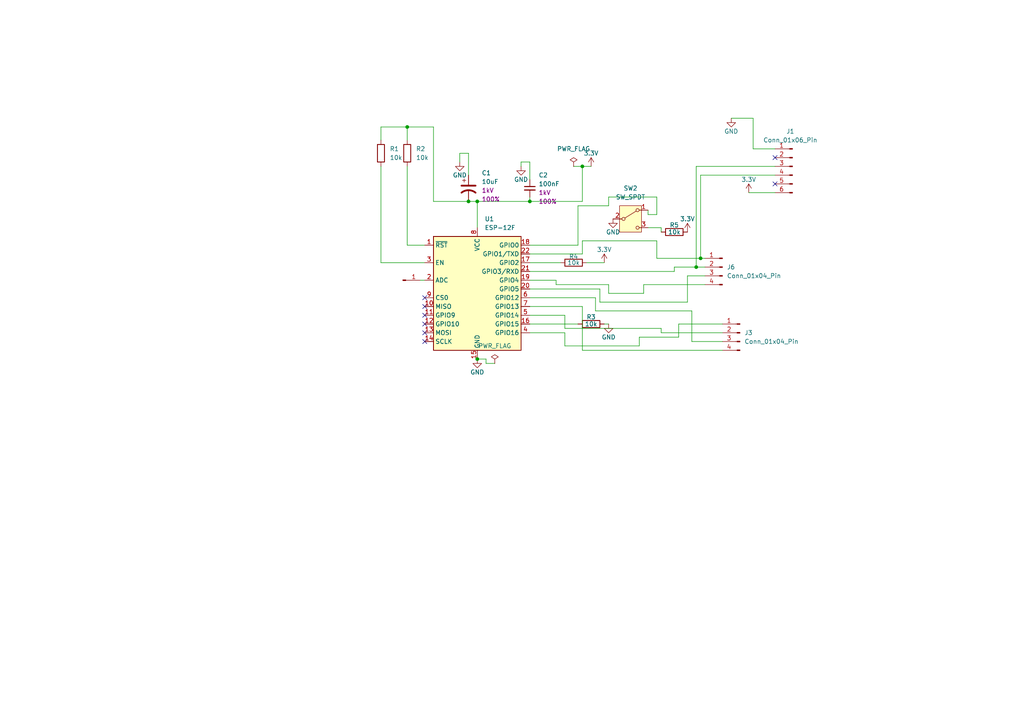
<source format=kicad_sch>
(kicad_sch
	(version 20250114)
	(generator "eeschema")
	(generator_version "9.0")
	(uuid "75487d00-b82d-4ea3-b88c-830cf04e3add")
	(paper "A4")
	(lib_symbols
		(symbol "Connector:Conn_01x01_Pin"
			(pin_names
				(offset 1.016)
				(hide yes)
			)
			(exclude_from_sim no)
			(in_bom yes)
			(on_board yes)
			(property "Reference" "J"
				(at 0 2.54 0)
				(effects
					(font
						(size 1.27 1.27)
					)
				)
			)
			(property "Value" "Conn_01x01_Pin"
				(at 0 -2.54 0)
				(effects
					(font
						(size 1.27 1.27)
					)
				)
			)
			(property "Footprint" ""
				(at 0 0 0)
				(effects
					(font
						(size 1.27 1.27)
					)
					(hide yes)
				)
			)
			(property "Datasheet" "~"
				(at 0 0 0)
				(effects
					(font
						(size 1.27 1.27)
					)
					(hide yes)
				)
			)
			(property "Description" "Generic connector, single row, 01x01, script generated"
				(at 0 0 0)
				(effects
					(font
						(size 1.27 1.27)
					)
					(hide yes)
				)
			)
			(property "ki_locked" ""
				(at 0 0 0)
				(effects
					(font
						(size 1.27 1.27)
					)
				)
			)
			(property "ki_keywords" "connector"
				(at 0 0 0)
				(effects
					(font
						(size 1.27 1.27)
					)
					(hide yes)
				)
			)
			(property "ki_fp_filters" "Connector*:*_1x??_*"
				(at 0 0 0)
				(effects
					(font
						(size 1.27 1.27)
					)
					(hide yes)
				)
			)
			(symbol "Conn_01x01_Pin_1_1"
				(rectangle
					(start 0.8636 0.127)
					(end 0 -0.127)
					(stroke
						(width 0.1524)
						(type default)
					)
					(fill
						(type outline)
					)
				)
				(polyline
					(pts
						(xy 1.27 0) (xy 0.8636 0)
					)
					(stroke
						(width 0.1524)
						(type default)
					)
					(fill
						(type none)
					)
				)
				(pin passive line
					(at 5.08 0 180)
					(length 3.81)
					(name "Pin_1"
						(effects
							(font
								(size 1.27 1.27)
							)
						)
					)
					(number "1"
						(effects
							(font
								(size 1.27 1.27)
							)
						)
					)
				)
			)
			(embedded_fonts no)
		)
		(symbol "Connector:Conn_01x04_Pin"
			(pin_names
				(offset 1.016)
				(hide yes)
			)
			(exclude_from_sim no)
			(in_bom yes)
			(on_board yes)
			(property "Reference" "J"
				(at 0 5.08 0)
				(effects
					(font
						(size 1.27 1.27)
					)
				)
			)
			(property "Value" "Conn_01x04_Pin"
				(at 0 -7.62 0)
				(effects
					(font
						(size 1.27 1.27)
					)
				)
			)
			(property "Footprint" ""
				(at 0 0 0)
				(effects
					(font
						(size 1.27 1.27)
					)
					(hide yes)
				)
			)
			(property "Datasheet" "~"
				(at 0 0 0)
				(effects
					(font
						(size 1.27 1.27)
					)
					(hide yes)
				)
			)
			(property "Description" "Generic connector, single row, 01x04, script generated"
				(at 0 0 0)
				(effects
					(font
						(size 1.27 1.27)
					)
					(hide yes)
				)
			)
			(property "ki_locked" ""
				(at 0 0 0)
				(effects
					(font
						(size 1.27 1.27)
					)
				)
			)
			(property "ki_keywords" "connector"
				(at 0 0 0)
				(effects
					(font
						(size 1.27 1.27)
					)
					(hide yes)
				)
			)
			(property "ki_fp_filters" "Connector*:*_1x??_*"
				(at 0 0 0)
				(effects
					(font
						(size 1.27 1.27)
					)
					(hide yes)
				)
			)
			(symbol "Conn_01x04_Pin_1_1"
				(rectangle
					(start 0.8636 2.667)
					(end 0 2.413)
					(stroke
						(width 0.1524)
						(type default)
					)
					(fill
						(type outline)
					)
				)
				(rectangle
					(start 0.8636 0.127)
					(end 0 -0.127)
					(stroke
						(width 0.1524)
						(type default)
					)
					(fill
						(type outline)
					)
				)
				(rectangle
					(start 0.8636 -2.413)
					(end 0 -2.667)
					(stroke
						(width 0.1524)
						(type default)
					)
					(fill
						(type outline)
					)
				)
				(rectangle
					(start 0.8636 -4.953)
					(end 0 -5.207)
					(stroke
						(width 0.1524)
						(type default)
					)
					(fill
						(type outline)
					)
				)
				(polyline
					(pts
						(xy 1.27 2.54) (xy 0.8636 2.54)
					)
					(stroke
						(width 0.1524)
						(type default)
					)
					(fill
						(type none)
					)
				)
				(polyline
					(pts
						(xy 1.27 0) (xy 0.8636 0)
					)
					(stroke
						(width 0.1524)
						(type default)
					)
					(fill
						(type none)
					)
				)
				(polyline
					(pts
						(xy 1.27 -2.54) (xy 0.8636 -2.54)
					)
					(stroke
						(width 0.1524)
						(type default)
					)
					(fill
						(type none)
					)
				)
				(polyline
					(pts
						(xy 1.27 -5.08) (xy 0.8636 -5.08)
					)
					(stroke
						(width 0.1524)
						(type default)
					)
					(fill
						(type none)
					)
				)
				(pin passive line
					(at 5.08 2.54 180)
					(length 3.81)
					(name "Pin_1"
						(effects
							(font
								(size 1.27 1.27)
							)
						)
					)
					(number "1"
						(effects
							(font
								(size 1.27 1.27)
							)
						)
					)
				)
				(pin passive line
					(at 5.08 0 180)
					(length 3.81)
					(name "Pin_2"
						(effects
							(font
								(size 1.27 1.27)
							)
						)
					)
					(number "2"
						(effects
							(font
								(size 1.27 1.27)
							)
						)
					)
				)
				(pin passive line
					(at 5.08 -2.54 180)
					(length 3.81)
					(name "Pin_3"
						(effects
							(font
								(size 1.27 1.27)
							)
						)
					)
					(number "3"
						(effects
							(font
								(size 1.27 1.27)
							)
						)
					)
				)
				(pin passive line
					(at 5.08 -5.08 180)
					(length 3.81)
					(name "Pin_4"
						(effects
							(font
								(size 1.27 1.27)
							)
						)
					)
					(number "4"
						(effects
							(font
								(size 1.27 1.27)
							)
						)
					)
				)
			)
			(embedded_fonts no)
		)
		(symbol "Connector:Conn_01x06_Pin"
			(pin_names
				(offset 1.016)
				(hide yes)
			)
			(exclude_from_sim no)
			(in_bom yes)
			(on_board yes)
			(property "Reference" "J"
				(at 0 7.62 0)
				(effects
					(font
						(size 1.27 1.27)
					)
				)
			)
			(property "Value" "Conn_01x06_Pin"
				(at 0 -10.16 0)
				(effects
					(font
						(size 1.27 1.27)
					)
				)
			)
			(property "Footprint" ""
				(at 0 0 0)
				(effects
					(font
						(size 1.27 1.27)
					)
					(hide yes)
				)
			)
			(property "Datasheet" "~"
				(at 0 0 0)
				(effects
					(font
						(size 1.27 1.27)
					)
					(hide yes)
				)
			)
			(property "Description" "Generic connector, single row, 01x06, script generated"
				(at 0 0 0)
				(effects
					(font
						(size 1.27 1.27)
					)
					(hide yes)
				)
			)
			(property "ki_locked" ""
				(at 0 0 0)
				(effects
					(font
						(size 1.27 1.27)
					)
				)
			)
			(property "ki_keywords" "connector"
				(at 0 0 0)
				(effects
					(font
						(size 1.27 1.27)
					)
					(hide yes)
				)
			)
			(property "ki_fp_filters" "Connector*:*_1x??_*"
				(at 0 0 0)
				(effects
					(font
						(size 1.27 1.27)
					)
					(hide yes)
				)
			)
			(symbol "Conn_01x06_Pin_1_1"
				(rectangle
					(start 0.8636 5.207)
					(end 0 4.953)
					(stroke
						(width 0.1524)
						(type default)
					)
					(fill
						(type outline)
					)
				)
				(rectangle
					(start 0.8636 2.667)
					(end 0 2.413)
					(stroke
						(width 0.1524)
						(type default)
					)
					(fill
						(type outline)
					)
				)
				(rectangle
					(start 0.8636 0.127)
					(end 0 -0.127)
					(stroke
						(width 0.1524)
						(type default)
					)
					(fill
						(type outline)
					)
				)
				(rectangle
					(start 0.8636 -2.413)
					(end 0 -2.667)
					(stroke
						(width 0.1524)
						(type default)
					)
					(fill
						(type outline)
					)
				)
				(rectangle
					(start 0.8636 -4.953)
					(end 0 -5.207)
					(stroke
						(width 0.1524)
						(type default)
					)
					(fill
						(type outline)
					)
				)
				(rectangle
					(start 0.8636 -7.493)
					(end 0 -7.747)
					(stroke
						(width 0.1524)
						(type default)
					)
					(fill
						(type outline)
					)
				)
				(polyline
					(pts
						(xy 1.27 5.08) (xy 0.8636 5.08)
					)
					(stroke
						(width 0.1524)
						(type default)
					)
					(fill
						(type none)
					)
				)
				(polyline
					(pts
						(xy 1.27 2.54) (xy 0.8636 2.54)
					)
					(stroke
						(width 0.1524)
						(type default)
					)
					(fill
						(type none)
					)
				)
				(polyline
					(pts
						(xy 1.27 0) (xy 0.8636 0)
					)
					(stroke
						(width 0.1524)
						(type default)
					)
					(fill
						(type none)
					)
				)
				(polyline
					(pts
						(xy 1.27 -2.54) (xy 0.8636 -2.54)
					)
					(stroke
						(width 0.1524)
						(type default)
					)
					(fill
						(type none)
					)
				)
				(polyline
					(pts
						(xy 1.27 -5.08) (xy 0.8636 -5.08)
					)
					(stroke
						(width 0.1524)
						(type default)
					)
					(fill
						(type none)
					)
				)
				(polyline
					(pts
						(xy 1.27 -7.62) (xy 0.8636 -7.62)
					)
					(stroke
						(width 0.1524)
						(type default)
					)
					(fill
						(type none)
					)
				)
				(pin passive line
					(at 5.08 5.08 180)
					(length 3.81)
					(name "Pin_1"
						(effects
							(font
								(size 1.27 1.27)
							)
						)
					)
					(number "1"
						(effects
							(font
								(size 1.27 1.27)
							)
						)
					)
				)
				(pin passive line
					(at 5.08 2.54 180)
					(length 3.81)
					(name "Pin_2"
						(effects
							(font
								(size 1.27 1.27)
							)
						)
					)
					(number "2"
						(effects
							(font
								(size 1.27 1.27)
							)
						)
					)
				)
				(pin passive line
					(at 5.08 0 180)
					(length 3.81)
					(name "Pin_3"
						(effects
							(font
								(size 1.27 1.27)
							)
						)
					)
					(number "3"
						(effects
							(font
								(size 1.27 1.27)
							)
						)
					)
				)
				(pin passive line
					(at 5.08 -2.54 180)
					(length 3.81)
					(name "Pin_4"
						(effects
							(font
								(size 1.27 1.27)
							)
						)
					)
					(number "4"
						(effects
							(font
								(size 1.27 1.27)
							)
						)
					)
				)
				(pin passive line
					(at 5.08 -5.08 180)
					(length 3.81)
					(name "Pin_5"
						(effects
							(font
								(size 1.27 1.27)
							)
						)
					)
					(number "5"
						(effects
							(font
								(size 1.27 1.27)
							)
						)
					)
				)
				(pin passive line
					(at 5.08 -7.62 180)
					(length 3.81)
					(name "Pin_6"
						(effects
							(font
								(size 1.27 1.27)
							)
						)
					)
					(number "6"
						(effects
							(font
								(size 1.27 1.27)
							)
						)
					)
				)
			)
			(embedded_fonts no)
		)
		(symbol "Device:R"
			(pin_numbers
				(hide yes)
			)
			(pin_names
				(offset 0)
			)
			(exclude_from_sim no)
			(in_bom yes)
			(on_board yes)
			(property "Reference" "R"
				(at 2.032 0 90)
				(effects
					(font
						(size 1.27 1.27)
					)
				)
			)
			(property "Value" "R"
				(at 0 0 90)
				(effects
					(font
						(size 1.27 1.27)
					)
				)
			)
			(property "Footprint" ""
				(at -1.778 0 90)
				(effects
					(font
						(size 1.27 1.27)
					)
					(hide yes)
				)
			)
			(property "Datasheet" "~"
				(at 0 0 0)
				(effects
					(font
						(size 1.27 1.27)
					)
					(hide yes)
				)
			)
			(property "Description" "Resistor"
				(at 0 0 0)
				(effects
					(font
						(size 1.27 1.27)
					)
					(hide yes)
				)
			)
			(property "ki_keywords" "R res resistor"
				(at 0 0 0)
				(effects
					(font
						(size 1.27 1.27)
					)
					(hide yes)
				)
			)
			(property "ki_fp_filters" "R_*"
				(at 0 0 0)
				(effects
					(font
						(size 1.27 1.27)
					)
					(hide yes)
				)
			)
			(symbol "R_0_1"
				(rectangle
					(start -1.016 -2.54)
					(end 1.016 2.54)
					(stroke
						(width 0.254)
						(type default)
					)
					(fill
						(type none)
					)
				)
			)
			(symbol "R_1_1"
				(pin passive line
					(at 0 3.81 270)
					(length 1.27)
					(name "~"
						(effects
							(font
								(size 1.27 1.27)
							)
						)
					)
					(number "1"
						(effects
							(font
								(size 1.27 1.27)
							)
						)
					)
				)
				(pin passive line
					(at 0 -3.81 90)
					(length 1.27)
					(name "~"
						(effects
							(font
								(size 1.27 1.27)
							)
						)
					)
					(number "2"
						(effects
							(font
								(size 1.27 1.27)
							)
						)
					)
				)
			)
			(embedded_fonts no)
		)
		(symbol "PCM_SparkFun-Capacitor:C"
			(pin_numbers
				(hide yes)
			)
			(pin_names
				(offset 0.254)
			)
			(exclude_from_sim no)
			(in_bom yes)
			(on_board yes)
			(property "Reference" "C"
				(at 0.635 2.54 0)
				(effects
					(font
						(size 1.27 1.27)
					)
					(justify left)
				)
			)
			(property "Value" "C"
				(at 0.635 -2.54 0)
				(effects
					(font
						(size 1.27 1.27)
					)
					(justify left)
				)
			)
			(property "Footprint" "PCM_SparkFun-Capacitor:C_0603_1608Metric"
				(at 0.9652 -11.43 0)
				(effects
					(font
						(size 1.27 1.27)
					)
					(hide yes)
				)
			)
			(property "Datasheet" "https://cdn.sparkfun.com/assets/8/a/4/a/5/Kemet_Capacitor_Datasheet.pdf"
				(at 1.27 -16.51 0)
				(effects
					(font
						(size 1.27 1.27)
					)
					(hide yes)
				)
			)
			(property "Description" "Unpolarized capacitor"
				(at 0 -19.05 0)
				(effects
					(font
						(size 1.27 1.27)
					)
					(hide yes)
				)
			)
			(property "PROD_ID" "CAP-00000"
				(at 0 -13.97 0)
				(effects
					(font
						(size 1.27 1.27)
					)
					(hide yes)
				)
			)
			(property "Voltage" "1kV"
				(at 0 -6.35 0)
				(effects
					(font
						(size 1.27 1.27)
					)
				)
			)
			(property "Tolerance" "100%"
				(at 0 -8.89 0)
				(effects
					(font
						(size 1.27 1.27)
					)
				)
			)
			(property "ki_keywords" "SparkFun cap capacitor"
				(at 0 0 0)
				(effects
					(font
						(size 1.27 1.27)
					)
					(hide yes)
				)
			)
			(property "ki_fp_filters" "C_*"
				(at 0 0 0)
				(effects
					(font
						(size 1.27 1.27)
					)
					(hide yes)
				)
			)
			(symbol "C_0_1"
				(polyline
					(pts
						(xy -1.524 0.508) (xy 1.524 0.508)
					)
					(stroke
						(width 0.3048)
						(type default)
					)
					(fill
						(type none)
					)
				)
				(polyline
					(pts
						(xy -1.524 -0.508) (xy 1.524 -0.508)
					)
					(stroke
						(width 0.3302)
						(type default)
					)
					(fill
						(type none)
					)
				)
			)
			(symbol "C_1_1"
				(pin passive line
					(at 0 2.54 270)
					(length 2.032)
					(name "~"
						(effects
							(font
								(size 1.27 1.27)
							)
						)
					)
					(number "1"
						(effects
							(font
								(size 1.27 1.27)
							)
						)
					)
				)
				(pin passive line
					(at 0 -2.54 90)
					(length 2.032)
					(name "~"
						(effects
							(font
								(size 1.27 1.27)
							)
						)
					)
					(number "2"
						(effects
							(font
								(size 1.27 1.27)
							)
						)
					)
				)
			)
			(embedded_fonts no)
		)
		(symbol "PCM_SparkFun-Capacitor:C_Polarized"
			(pin_numbers
				(hide yes)
			)
			(pin_names
				(offset 0.254)
				(hide yes)
			)
			(exclude_from_sim no)
			(in_bom yes)
			(on_board yes)
			(property "Reference" "C"
				(at 0.635 2.54 0)
				(effects
					(font
						(size 1.27 1.27)
					)
					(justify left)
				)
			)
			(property "Value" "C_Polarized"
				(at 0.635 -2.54 0)
				(effects
					(font
						(size 1.27 1.27)
					)
					(justify left)
				)
			)
			(property "Footprint" "~"
				(at 0 -20.32 0)
				(effects
					(font
						(size 1.27 1.27)
					)
					(hide yes)
				)
			)
			(property "Datasheet" "https://cdn.sparkfun.com/assets/8/a/4/a/5/Kemet_Capacitor_Datasheet.pdf"
				(at 1.27 -15.24 0)
				(effects
					(font
						(size 1.27 1.27)
					)
					(hide yes)
				)
			)
			(property "Description" "Polarized capacitor, US symbol"
				(at 0 -17.78 0)
				(effects
					(font
						(size 1.27 1.27)
					)
					(hide yes)
				)
			)
			(property "PROD_ID" "CAP-00000"
				(at 0 -12.7 0)
				(effects
					(font
						(size 1.27 1.27)
					)
					(hide yes)
				)
			)
			(property "Voltage" "1kV"
				(at 0 -7.62 0)
				(effects
					(font
						(size 1.27 1.27)
					)
				)
			)
			(property "Tolerance" "100%"
				(at 0 -10.16 0)
				(effects
					(font
						(size 1.27 1.27)
					)
				)
			)
			(property "ki_keywords" "SparkFun cap capacitor"
				(at 0 0 0)
				(effects
					(font
						(size 1.27 1.27)
					)
					(hide yes)
				)
			)
			(property "ki_fp_filters" "CP_*"
				(at 0 0 0)
				(effects
					(font
						(size 1.27 1.27)
					)
					(hide yes)
				)
			)
			(symbol "C_Polarized_0_1"
				(polyline
					(pts
						(xy -2.032 0.762) (xy 2.032 0.762)
					)
					(stroke
						(width 0.508)
						(type default)
					)
					(fill
						(type none)
					)
				)
				(polyline
					(pts
						(xy -1.778 2.286) (xy -0.762 2.286)
					)
					(stroke
						(width 0)
						(type default)
					)
					(fill
						(type none)
					)
				)
				(polyline
					(pts
						(xy -1.27 1.778) (xy -1.27 2.794)
					)
					(stroke
						(width 0)
						(type default)
					)
					(fill
						(type none)
					)
				)
				(arc
					(start -2.032 -1.27)
					(mid 0 -0.5572)
					(end 2.032 -1.27)
					(stroke
						(width 0.508)
						(type default)
					)
					(fill
						(type none)
					)
				)
			)
			(symbol "C_Polarized_1_1"
				(pin passive line
					(at 0 3.81 270)
					(length 2.794)
					(name "~"
						(effects
							(font
								(size 1.27 1.27)
							)
						)
					)
					(number "1"
						(effects
							(font
								(size 1.27 1.27)
							)
						)
					)
				)
				(pin passive line
					(at 0 -3.81 90)
					(length 3.302)
					(name "~"
						(effects
							(font
								(size 1.27 1.27)
							)
						)
					)
					(number "2"
						(effects
							(font
								(size 1.27 1.27)
							)
						)
					)
				)
			)
			(embedded_fonts no)
		)
		(symbol "PCM_SparkFun-PowerSymbol:3.3V"
			(power)
			(pin_names
				(offset 0)
			)
			(exclude_from_sim no)
			(in_bom yes)
			(on_board yes)
			(property "Reference" "#PWR"
				(at 0 -3.81 0)
				(effects
					(font
						(size 1.27 1.27)
					)
					(hide yes)
				)
			)
			(property "Value" "3.3V"
				(at 0 3.81 0)
				(do_not_autoplace)
				(effects
					(font
						(size 1.27 1.27)
					)
				)
			)
			(property "Footprint" ""
				(at 0 0 0)
				(effects
					(font
						(size 1.27 1.27)
					)
					(hide yes)
				)
			)
			(property "Datasheet" ""
				(at 0 0 0)
				(effects
					(font
						(size 1.27 1.27)
					)
					(hide yes)
				)
			)
			(property "Description" "Power symbol creates a global label with name \"3.3V\""
				(at 0 -6.35 0)
				(effects
					(font
						(size 1.27 1.27)
					)
					(hide yes)
				)
			)
			(property "ki_keywords" "SparkFun global power"
				(at 0 0 0)
				(effects
					(font
						(size 1.27 1.27)
					)
					(hide yes)
				)
			)
			(symbol "3.3V_0_1"
				(polyline
					(pts
						(xy -0.762 1.27) (xy 0 2.54)
					)
					(stroke
						(width 0)
						(type default)
					)
					(fill
						(type none)
					)
				)
				(polyline
					(pts
						(xy 0 2.54) (xy 0.762 1.27)
					)
					(stroke
						(width 0)
						(type default)
					)
					(fill
						(type none)
					)
				)
				(polyline
					(pts
						(xy 0 0) (xy 0 2.54)
					)
					(stroke
						(width 0)
						(type default)
					)
					(fill
						(type none)
					)
				)
			)
			(symbol "3.3V_1_1"
				(pin power_in line
					(at 0 0 90)
					(length 0)
					(hide yes)
					(name "3.3V"
						(effects
							(font
								(size 1.27 1.27)
							)
						)
					)
					(number "1"
						(effects
							(font
								(size 1.27 1.27)
							)
						)
					)
				)
			)
			(embedded_fonts no)
		)
		(symbol "PCM_SparkFun-PowerSymbol:GND"
			(power)
			(pin_names
				(offset 0)
			)
			(exclude_from_sim no)
			(in_bom yes)
			(on_board yes)
			(property "Reference" "#PWR"
				(at 0 -6.35 0)
				(effects
					(font
						(size 1.27 1.27)
					)
					(hide yes)
				)
			)
			(property "Value" "GND"
				(at 0 -3.81 0)
				(do_not_autoplace)
				(effects
					(font
						(size 1.27 1.27)
					)
				)
			)
			(property "Footprint" ""
				(at 0 0 0)
				(effects
					(font
						(size 1.27 1.27)
					)
					(hide yes)
				)
			)
			(property "Datasheet" ""
				(at 0 0 0)
				(effects
					(font
						(size 1.27 1.27)
					)
					(hide yes)
				)
			)
			(property "Description" "Power symbol creates a global label with name \"GND\" , ground"
				(at 0 -8.89 0)
				(effects
					(font
						(size 1.27 1.27)
					)
					(hide yes)
				)
			)
			(property "ki_keywords" "SparkFun global power"
				(at 0 0 0)
				(effects
					(font
						(size 1.27 1.27)
					)
					(hide yes)
				)
			)
			(symbol "GND_0_1"
				(polyline
					(pts
						(xy 0 0) (xy 0 -1.27) (xy 1.27 -1.27) (xy 0 -2.54) (xy -1.27 -1.27) (xy 0 -1.27)
					)
					(stroke
						(width 0)
						(type default)
					)
					(fill
						(type none)
					)
				)
			)
			(symbol "GND_1_1"
				(pin power_in line
					(at 0 0 270)
					(length 0)
					(hide yes)
					(name "GND"
						(effects
							(font
								(size 1.27 1.27)
							)
						)
					)
					(number "1"
						(effects
							(font
								(size 1.27 1.27)
							)
						)
					)
				)
			)
			(embedded_fonts no)
		)
		(symbol "RF_Module:ESP-12F"
			(exclude_from_sim no)
			(in_bom yes)
			(on_board yes)
			(property "Reference" "U"
				(at -12.7 19.05 0)
				(effects
					(font
						(size 1.27 1.27)
					)
					(justify left)
				)
			)
			(property "Value" "ESP-12F"
				(at 12.7 19.05 0)
				(effects
					(font
						(size 1.27 1.27)
					)
					(justify right)
				)
			)
			(property "Footprint" "RF_Module:ESP-12E"
				(at 0 0 0)
				(effects
					(font
						(size 1.27 1.27)
					)
					(hide yes)
				)
			)
			(property "Datasheet" "http://wiki.ai-thinker.com/_media/esp8266/esp8266_series_modules_user_manual_v1.1.pdf"
				(at -8.89 2.54 0)
				(effects
					(font
						(size 1.27 1.27)
					)
					(hide yes)
				)
			)
			(property "Description" "802.11 b/g/n Wi-Fi Module"
				(at 0 0 0)
				(effects
					(font
						(size 1.27 1.27)
					)
					(hide yes)
				)
			)
			(property "ki_keywords" "802.11 Wi-Fi"
				(at 0 0 0)
				(effects
					(font
						(size 1.27 1.27)
					)
					(hide yes)
				)
			)
			(property "ki_fp_filters" "ESP?12*"
				(at 0 0 0)
				(effects
					(font
						(size 1.27 1.27)
					)
					(hide yes)
				)
			)
			(symbol "ESP-12F_0_1"
				(rectangle
					(start -12.7 17.78)
					(end 12.7 -15.24)
					(stroke
						(width 0.254)
						(type default)
					)
					(fill
						(type background)
					)
				)
			)
			(symbol "ESP-12F_1_1"
				(pin input line
					(at -15.24 15.24 0)
					(length 2.54)
					(name "~{RST}"
						(effects
							(font
								(size 1.27 1.27)
							)
						)
					)
					(number "1"
						(effects
							(font
								(size 1.27 1.27)
							)
						)
					)
				)
				(pin input line
					(at -15.24 10.16 0)
					(length 2.54)
					(name "EN"
						(effects
							(font
								(size 1.27 1.27)
							)
						)
					)
					(number "3"
						(effects
							(font
								(size 1.27 1.27)
							)
						)
					)
				)
				(pin input line
					(at -15.24 5.08 0)
					(length 2.54)
					(name "ADC"
						(effects
							(font
								(size 1.27 1.27)
							)
						)
					)
					(number "2"
						(effects
							(font
								(size 1.27 1.27)
							)
						)
					)
				)
				(pin input line
					(at -15.24 0 0)
					(length 2.54)
					(name "CS0"
						(effects
							(font
								(size 1.27 1.27)
							)
						)
					)
					(number "9"
						(effects
							(font
								(size 1.27 1.27)
							)
						)
					)
				)
				(pin bidirectional line
					(at -15.24 -2.54 0)
					(length 2.54)
					(name "MISO"
						(effects
							(font
								(size 1.27 1.27)
							)
						)
					)
					(number "10"
						(effects
							(font
								(size 1.27 1.27)
							)
						)
					)
				)
				(pin bidirectional line
					(at -15.24 -5.08 0)
					(length 2.54)
					(name "GPIO9"
						(effects
							(font
								(size 1.27 1.27)
							)
						)
					)
					(number "11"
						(effects
							(font
								(size 1.27 1.27)
							)
						)
					)
				)
				(pin bidirectional line
					(at -15.24 -7.62 0)
					(length 2.54)
					(name "GPIO10"
						(effects
							(font
								(size 1.27 1.27)
							)
						)
					)
					(number "12"
						(effects
							(font
								(size 1.27 1.27)
							)
						)
					)
				)
				(pin bidirectional line
					(at -15.24 -10.16 0)
					(length 2.54)
					(name "MOSI"
						(effects
							(font
								(size 1.27 1.27)
							)
						)
					)
					(number "13"
						(effects
							(font
								(size 1.27 1.27)
							)
						)
					)
				)
				(pin bidirectional line
					(at -15.24 -12.7 0)
					(length 2.54)
					(name "SCLK"
						(effects
							(font
								(size 1.27 1.27)
							)
						)
					)
					(number "14"
						(effects
							(font
								(size 1.27 1.27)
							)
						)
					)
				)
				(pin power_in line
					(at 0 20.32 270)
					(length 2.54)
					(name "VCC"
						(effects
							(font
								(size 1.27 1.27)
							)
						)
					)
					(number "8"
						(effects
							(font
								(size 1.27 1.27)
							)
						)
					)
				)
				(pin power_in line
					(at 0 -17.78 90)
					(length 2.54)
					(name "GND"
						(effects
							(font
								(size 1.27 1.27)
							)
						)
					)
					(number "15"
						(effects
							(font
								(size 1.27 1.27)
							)
						)
					)
				)
				(pin bidirectional line
					(at 15.24 15.24 180)
					(length 2.54)
					(name "GPIO0"
						(effects
							(font
								(size 1.27 1.27)
							)
						)
					)
					(number "18"
						(effects
							(font
								(size 1.27 1.27)
							)
						)
					)
				)
				(pin bidirectional line
					(at 15.24 12.7 180)
					(length 2.54)
					(name "GPIO1/TXD"
						(effects
							(font
								(size 1.27 1.27)
							)
						)
					)
					(number "22"
						(effects
							(font
								(size 1.27 1.27)
							)
						)
					)
				)
				(pin bidirectional line
					(at 15.24 10.16 180)
					(length 2.54)
					(name "GPIO2"
						(effects
							(font
								(size 1.27 1.27)
							)
						)
					)
					(number "17"
						(effects
							(font
								(size 1.27 1.27)
							)
						)
					)
				)
				(pin bidirectional line
					(at 15.24 7.62 180)
					(length 2.54)
					(name "GPIO3/RXD"
						(effects
							(font
								(size 1.27 1.27)
							)
						)
					)
					(number "21"
						(effects
							(font
								(size 1.27 1.27)
							)
						)
					)
				)
				(pin bidirectional line
					(at 15.24 5.08 180)
					(length 2.54)
					(name "GPIO4"
						(effects
							(font
								(size 1.27 1.27)
							)
						)
					)
					(number "19"
						(effects
							(font
								(size 1.27 1.27)
							)
						)
					)
				)
				(pin bidirectional line
					(at 15.24 2.54 180)
					(length 2.54)
					(name "GPIO5"
						(effects
							(font
								(size 1.27 1.27)
							)
						)
					)
					(number "20"
						(effects
							(font
								(size 1.27 1.27)
							)
						)
					)
				)
				(pin bidirectional line
					(at 15.24 0 180)
					(length 2.54)
					(name "GPIO12"
						(effects
							(font
								(size 1.27 1.27)
							)
						)
					)
					(number "6"
						(effects
							(font
								(size 1.27 1.27)
							)
						)
					)
				)
				(pin bidirectional line
					(at 15.24 -2.54 180)
					(length 2.54)
					(name "GPIO13"
						(effects
							(font
								(size 1.27 1.27)
							)
						)
					)
					(number "7"
						(effects
							(font
								(size 1.27 1.27)
							)
						)
					)
				)
				(pin bidirectional line
					(at 15.24 -5.08 180)
					(length 2.54)
					(name "GPIO14"
						(effects
							(font
								(size 1.27 1.27)
							)
						)
					)
					(number "5"
						(effects
							(font
								(size 1.27 1.27)
							)
						)
					)
				)
				(pin bidirectional line
					(at 15.24 -7.62 180)
					(length 2.54)
					(name "GPIO15"
						(effects
							(font
								(size 1.27 1.27)
							)
						)
					)
					(number "16"
						(effects
							(font
								(size 1.27 1.27)
							)
						)
					)
				)
				(pin bidirectional line
					(at 15.24 -10.16 180)
					(length 2.54)
					(name "GPIO16"
						(effects
							(font
								(size 1.27 1.27)
							)
						)
					)
					(number "4"
						(effects
							(font
								(size 1.27 1.27)
							)
						)
					)
				)
			)
			(embedded_fonts no)
		)
		(symbol "Switch:SW_SPDT"
			(pin_names
				(offset 0)
				(hide yes)
			)
			(exclude_from_sim no)
			(in_bom yes)
			(on_board yes)
			(property "Reference" "SW"
				(at 0 5.08 0)
				(effects
					(font
						(size 1.27 1.27)
					)
				)
			)
			(property "Value" "SW_SPDT"
				(at 0 -5.08 0)
				(effects
					(font
						(size 1.27 1.27)
					)
				)
			)
			(property "Footprint" ""
				(at 0 0 0)
				(effects
					(font
						(size 1.27 1.27)
					)
					(hide yes)
				)
			)
			(property "Datasheet" "~"
				(at 0 -7.62 0)
				(effects
					(font
						(size 1.27 1.27)
					)
					(hide yes)
				)
			)
			(property "Description" "Switch, single pole double throw"
				(at 0 0 0)
				(effects
					(font
						(size 1.27 1.27)
					)
					(hide yes)
				)
			)
			(property "ki_keywords" "switch single-pole double-throw spdt ON-ON"
				(at 0 0 0)
				(effects
					(font
						(size 1.27 1.27)
					)
					(hide yes)
				)
			)
			(symbol "SW_SPDT_0_1"
				(circle
					(center -2.032 0)
					(radius 0.4572)
					(stroke
						(width 0)
						(type default)
					)
					(fill
						(type none)
					)
				)
				(polyline
					(pts
						(xy -1.651 0.254) (xy 1.651 2.286)
					)
					(stroke
						(width 0)
						(type default)
					)
					(fill
						(type none)
					)
				)
				(circle
					(center 2.032 2.54)
					(radius 0.4572)
					(stroke
						(width 0)
						(type default)
					)
					(fill
						(type none)
					)
				)
				(circle
					(center 2.032 -2.54)
					(radius 0.4572)
					(stroke
						(width 0)
						(type default)
					)
					(fill
						(type none)
					)
				)
			)
			(symbol "SW_SPDT_1_1"
				(rectangle
					(start -3.175 3.81)
					(end 3.175 -3.81)
					(stroke
						(width 0)
						(type default)
					)
					(fill
						(type background)
					)
				)
				(pin passive line
					(at -5.08 0 0)
					(length 2.54)
					(name "B"
						(effects
							(font
								(size 1.27 1.27)
							)
						)
					)
					(number "2"
						(effects
							(font
								(size 1.27 1.27)
							)
						)
					)
				)
				(pin passive line
					(at 5.08 2.54 180)
					(length 2.54)
					(name "A"
						(effects
							(font
								(size 1.27 1.27)
							)
						)
					)
					(number "1"
						(effects
							(font
								(size 1.27 1.27)
							)
						)
					)
				)
				(pin passive line
					(at 5.08 -2.54 180)
					(length 2.54)
					(name "C"
						(effects
							(font
								(size 1.27 1.27)
							)
						)
					)
					(number "3"
						(effects
							(font
								(size 1.27 1.27)
							)
						)
					)
				)
			)
			(embedded_fonts no)
		)
		(symbol "power:PWR_FLAG"
			(power)
			(pin_numbers
				(hide yes)
			)
			(pin_names
				(offset 0)
				(hide yes)
			)
			(exclude_from_sim no)
			(in_bom yes)
			(on_board yes)
			(property "Reference" "#FLG"
				(at 0 1.905 0)
				(effects
					(font
						(size 1.27 1.27)
					)
					(hide yes)
				)
			)
			(property "Value" "PWR_FLAG"
				(at 0 3.81 0)
				(effects
					(font
						(size 1.27 1.27)
					)
				)
			)
			(property "Footprint" ""
				(at 0 0 0)
				(effects
					(font
						(size 1.27 1.27)
					)
					(hide yes)
				)
			)
			(property "Datasheet" "~"
				(at 0 0 0)
				(effects
					(font
						(size 1.27 1.27)
					)
					(hide yes)
				)
			)
			(property "Description" "Special symbol for telling ERC where power comes from"
				(at 0 0 0)
				(effects
					(font
						(size 1.27 1.27)
					)
					(hide yes)
				)
			)
			(property "ki_keywords" "flag power"
				(at 0 0 0)
				(effects
					(font
						(size 1.27 1.27)
					)
					(hide yes)
				)
			)
			(symbol "PWR_FLAG_0_0"
				(pin power_out line
					(at 0 0 90)
					(length 0)
					(name "~"
						(effects
							(font
								(size 1.27 1.27)
							)
						)
					)
					(number "1"
						(effects
							(font
								(size 1.27 1.27)
							)
						)
					)
				)
			)
			(symbol "PWR_FLAG_0_1"
				(polyline
					(pts
						(xy 0 0) (xy 0 1.27) (xy -1.016 1.905) (xy 0 2.54) (xy 1.016 1.905) (xy 0 1.27)
					)
					(stroke
						(width 0)
						(type default)
					)
					(fill
						(type none)
					)
				)
			)
			(embedded_fonts no)
		)
	)
	(junction
		(at 203.2 74.93)
		(diameter 0)
		(color 0 0 0 0)
		(uuid "1b2522e8-cfee-42b1-bfee-6b5fb1c43757")
	)
	(junction
		(at 135.89 58.42)
		(diameter 0)
		(color 0 0 0 0)
		(uuid "275b29f0-d0bd-4678-96a6-c7aadd99eb13")
	)
	(junction
		(at 201.93 77.47)
		(diameter 0)
		(color 0 0 0 0)
		(uuid "287459dd-4bd8-4a61-a2f4-b3923ac88b23")
	)
	(junction
		(at 153.67 58.42)
		(diameter 0)
		(color 0 0 0 0)
		(uuid "2f4ddebb-6ecf-452b-b526-ffb4494cbb90")
	)
	(junction
		(at 138.43 104.14)
		(diameter 0)
		(color 0 0 0 0)
		(uuid "515ff622-30c1-4bed-aca4-0ee905ea050f")
	)
	(junction
		(at 168.91 48.26)
		(diameter 0)
		(color 0 0 0 0)
		(uuid "7ae2e930-5a32-46de-b370-fc3304564de8")
	)
	(junction
		(at 118.11 36.83)
		(diameter 0)
		(color 0 0 0 0)
		(uuid "988f9f63-84c3-477e-95d4-fd0e5e5a58e8")
	)
	(junction
		(at 138.43 58.42)
		(diameter 0)
		(color 0 0 0 0)
		(uuid "bc74a368-4824-4b6e-bac9-7f35c02bbe55")
	)
	(no_connect
		(at 224.79 45.72)
		(uuid "06ae3a94-fe0c-4812-957e-ddb23b2b9497")
	)
	(no_connect
		(at 123.19 91.44)
		(uuid "1dd7c5c9-d9a1-42d8-a047-058ba8c951db")
	)
	(no_connect
		(at 123.19 88.9)
		(uuid "22f5e1f9-039e-47f4-84a4-dcef1039903f")
	)
	(no_connect
		(at 123.19 99.06)
		(uuid "60a30000-60c7-434e-b106-ef1e0273517b")
	)
	(no_connect
		(at 224.79 53.34)
		(uuid "78eee87c-e411-451f-a312-64c1f8e8feb8")
	)
	(no_connect
		(at 123.19 96.52)
		(uuid "98a27aa5-2fba-46f1-bdeb-556398d85c6a")
	)
	(no_connect
		(at 123.19 86.36)
		(uuid "db8894e0-d193-472d-99bd-0a270374c073")
	)
	(no_connect
		(at 123.19 93.98)
		(uuid "e183d9da-87c1-4e15-b7a7-8e712e2eed90")
	)
	(wire
		(pts
			(xy 203.2 74.93) (xy 204.47 74.93)
		)
		(stroke
			(width 0)
			(type default)
		)
		(uuid "00f60034-2744-4535-9c77-b5aeb7b01803")
	)
	(wire
		(pts
			(xy 195.58 77.47) (xy 195.58 78.74)
		)
		(stroke
			(width 0)
			(type default)
		)
		(uuid "011bfe18-8e96-4bf2-b74f-64acfa2708ad")
	)
	(wire
		(pts
			(xy 168.91 101.6) (xy 209.55 101.6)
		)
		(stroke
			(width 0)
			(type default)
		)
		(uuid "0430e0b3-f455-4ec9-b639-0996d7290ac8")
	)
	(wire
		(pts
			(xy 153.67 58.42) (xy 153.67 57.15)
		)
		(stroke
			(width 0)
			(type default)
		)
		(uuid "0553cde3-0452-4581-9958-04d79dab5794")
	)
	(wire
		(pts
			(xy 168.91 73.66) (xy 153.67 73.66)
		)
		(stroke
			(width 0)
			(type default)
		)
		(uuid "06551711-0d3a-4b77-ba04-ca4938acb3c9")
	)
	(wire
		(pts
			(xy 110.49 36.83) (xy 110.49 40.64)
		)
		(stroke
			(width 0)
			(type default)
		)
		(uuid "06b6057e-eaac-44fb-b763-aeec8ada47be")
	)
	(wire
		(pts
			(xy 190.5 74.93) (xy 190.5 69.85)
		)
		(stroke
			(width 0)
			(type default)
		)
		(uuid "073cacc2-3517-4221-b941-c29c5266d0f4")
	)
	(wire
		(pts
			(xy 138.43 58.42) (xy 153.67 58.42)
		)
		(stroke
			(width 0)
			(type default)
		)
		(uuid "079baea6-c7aa-4198-ad6e-0101df2f3ac9")
	)
	(wire
		(pts
			(xy 153.67 96.52) (xy 163.83 96.52)
		)
		(stroke
			(width 0)
			(type default)
		)
		(uuid "07c9cefb-d244-4b17-815a-9a0f44a8b671")
	)
	(wire
		(pts
			(xy 191.77 66.04) (xy 191.77 67.31)
		)
		(stroke
			(width 0)
			(type default)
		)
		(uuid "07e6f7b7-939c-4563-8a17-05595f13250e")
	)
	(wire
		(pts
			(xy 167.64 59.69) (xy 167.64 71.12)
		)
		(stroke
			(width 0)
			(type default)
		)
		(uuid "0a91ee38-933d-4442-be08-ffeb20f74070")
	)
	(wire
		(pts
			(xy 176.53 85.09) (xy 186.69 85.09)
		)
		(stroke
			(width 0)
			(type default)
		)
		(uuid "1094f458-eaff-453d-85b2-a07b6699a7c6")
	)
	(wire
		(pts
			(xy 199.39 80.01) (xy 204.47 80.01)
		)
		(stroke
			(width 0)
			(type default)
		)
		(uuid "15d055d4-7319-40eb-8cf7-3e1ccce1e3d8")
	)
	(wire
		(pts
			(xy 153.67 83.82) (xy 173.99 83.82)
		)
		(stroke
			(width 0)
			(type default)
		)
		(uuid "19376015-247d-4fb8-bfcd-9f093c89f939")
	)
	(wire
		(pts
			(xy 153.67 58.42) (xy 168.91 58.42)
		)
		(stroke
			(width 0)
			(type default)
		)
		(uuid "1acaf61e-f0f0-4ee0-a082-9a1ad93adfe9")
	)
	(wire
		(pts
			(xy 168.91 58.42) (xy 168.91 48.26)
		)
		(stroke
			(width 0)
			(type default)
		)
		(uuid "1b06b327-610d-4b53-b013-e86f954b217f")
	)
	(wire
		(pts
			(xy 110.49 48.26) (xy 110.49 76.2)
		)
		(stroke
			(width 0)
			(type default)
		)
		(uuid "1b721599-d11f-4fe7-bfb7-eddad327ee67")
	)
	(wire
		(pts
			(xy 212.09 34.29) (xy 218.44 34.29)
		)
		(stroke
			(width 0)
			(type default)
		)
		(uuid "25735809-4206-4f52-85b5-b394d992e4a0")
	)
	(wire
		(pts
			(xy 176.53 93.98) (xy 175.26 93.98)
		)
		(stroke
			(width 0)
			(type default)
		)
		(uuid "25976dfc-700f-497d-8154-f1b79c794758")
	)
	(wire
		(pts
			(xy 172.72 90.17) (xy 172.72 86.36)
		)
		(stroke
			(width 0)
			(type default)
		)
		(uuid "26643d5d-a0d3-4eae-a751-fcf9eaffd06a")
	)
	(wire
		(pts
			(xy 191.77 96.52) (xy 209.55 96.52)
		)
		(stroke
			(width 0)
			(type default)
		)
		(uuid "26678964-a8b3-4919-9d32-b6dd977db16f")
	)
	(wire
		(pts
			(xy 173.99 87.63) (xy 199.39 87.63)
		)
		(stroke
			(width 0)
			(type default)
		)
		(uuid "28235c8f-8b16-4054-a199-d9c2d2a318ac")
	)
	(wire
		(pts
			(xy 170.18 76.2) (xy 175.26 76.2)
		)
		(stroke
			(width 0)
			(type default)
		)
		(uuid "2cf44fc8-6717-47d4-b973-18f4f4a5c567")
	)
	(wire
		(pts
			(xy 153.67 93.98) (xy 167.64 93.98)
		)
		(stroke
			(width 0)
			(type default)
		)
		(uuid "2daeb25c-d05b-43ff-82f9-6ab6ea7827de")
	)
	(wire
		(pts
			(xy 196.85 97.79) (xy 196.85 93.98)
		)
		(stroke
			(width 0)
			(type default)
		)
		(uuid "2eae3366-68c0-40ee-b819-f79b712f9f58")
	)
	(wire
		(pts
			(xy 161.29 82.55) (xy 161.29 81.28)
		)
		(stroke
			(width 0)
			(type default)
		)
		(uuid "327b393c-5e26-41c5-a0b8-f0a42d2166e7")
	)
	(wire
		(pts
			(xy 201.93 77.47) (xy 201.93 48.26)
		)
		(stroke
			(width 0)
			(type default)
		)
		(uuid "33b280c7-181b-4ceb-9e33-eb168a6e5913")
	)
	(wire
		(pts
			(xy 186.69 82.55) (xy 186.69 85.09)
		)
		(stroke
			(width 0)
			(type default)
		)
		(uuid "37de5e69-19f2-48a7-9671-aaf02c182fd7")
	)
	(wire
		(pts
			(xy 176.53 57.15) (xy 190.5 57.15)
		)
		(stroke
			(width 0)
			(type default)
		)
		(uuid "3b325bbd-4b7a-4ea2-bca1-594a8df922c2")
	)
	(wire
		(pts
			(xy 118.11 71.12) (xy 118.11 48.26)
		)
		(stroke
			(width 0)
			(type default)
		)
		(uuid "3c312b89-b89e-4145-a09b-f104b512764a")
	)
	(wire
		(pts
			(xy 135.89 58.42) (xy 138.43 58.42)
		)
		(stroke
			(width 0)
			(type default)
		)
		(uuid "3cf33090-43f8-4de5-abd9-db9e9866fc94")
	)
	(wire
		(pts
			(xy 161.29 82.55) (xy 176.53 82.55)
		)
		(stroke
			(width 0)
			(type default)
		)
		(uuid "3d303935-d78a-4c97-aa0d-c50fc5fbdd61")
	)
	(wire
		(pts
			(xy 153.67 52.07) (xy 153.67 46.99)
		)
		(stroke
			(width 0)
			(type default)
		)
		(uuid "41eda817-21e6-4bf4-b0e0-32859496fe91")
	)
	(wire
		(pts
			(xy 140.97 104.14) (xy 140.97 105.41)
		)
		(stroke
			(width 0)
			(type default)
		)
		(uuid "47b6197f-7bb7-45f8-accc-4cf346137d8c")
	)
	(wire
		(pts
			(xy 153.67 46.99) (xy 151.13 46.99)
		)
		(stroke
			(width 0)
			(type default)
		)
		(uuid "4d7d4fa6-f4c7-41e2-b6ae-f2ec1d7a6558")
	)
	(wire
		(pts
			(xy 138.43 104.14) (xy 140.97 104.14)
		)
		(stroke
			(width 0)
			(type default)
		)
		(uuid "52b66a05-9b7e-4d00-9d04-8b595604d3df")
	)
	(wire
		(pts
			(xy 153.67 76.2) (xy 162.56 76.2)
		)
		(stroke
			(width 0)
			(type default)
		)
		(uuid "59b0d4ca-3cfc-4f48-a80f-44ccc77441b8")
	)
	(wire
		(pts
			(xy 196.85 93.98) (xy 209.55 93.98)
		)
		(stroke
			(width 0)
			(type default)
		)
		(uuid "5aff319d-c18b-48d3-9522-979b096150d4")
	)
	(wire
		(pts
			(xy 163.83 95.25) (xy 191.77 95.25)
		)
		(stroke
			(width 0)
			(type default)
		)
		(uuid "5e8d99ed-f568-4307-a0f7-fad700e2a2bf")
	)
	(wire
		(pts
			(xy 185.42 97.79) (xy 185.42 100.33)
		)
		(stroke
			(width 0)
			(type default)
		)
		(uuid "61188544-ac65-4466-b26d-59da813e298b")
	)
	(wire
		(pts
			(xy 151.13 46.99) (xy 151.13 48.26)
		)
		(stroke
			(width 0)
			(type default)
		)
		(uuid "616f8005-33f3-47ee-b110-fb97c7968e87")
	)
	(wire
		(pts
			(xy 168.91 69.85) (xy 190.5 69.85)
		)
		(stroke
			(width 0)
			(type default)
		)
		(uuid "62a2598b-e14a-4fd7-90ac-2a81f3650d1c")
	)
	(wire
		(pts
			(xy 125.73 58.42) (xy 135.89 58.42)
		)
		(stroke
			(width 0)
			(type default)
		)
		(uuid "690eb4cc-74c7-4c15-9edc-60d8d897eca1")
	)
	(wire
		(pts
			(xy 166.37 48.26) (xy 168.91 48.26)
		)
		(stroke
			(width 0)
			(type default)
		)
		(uuid "7464c692-8cf0-44f0-b4e5-15e727dd87f1")
	)
	(wire
		(pts
			(xy 168.91 69.85) (xy 168.91 73.66)
		)
		(stroke
			(width 0)
			(type default)
		)
		(uuid "760431ee-23ac-4e98-bbe0-50f560f71c13")
	)
	(wire
		(pts
			(xy 163.83 95.25) (xy 163.83 91.44)
		)
		(stroke
			(width 0)
			(type default)
		)
		(uuid "792cb0f4-ed1f-49f8-afbe-f1d885bbebef")
	)
	(wire
		(pts
			(xy 224.79 50.8) (xy 203.2 50.8)
		)
		(stroke
			(width 0)
			(type default)
		)
		(uuid "7d5436df-1372-46e0-9193-0422842fd664")
	)
	(wire
		(pts
			(xy 121.92 81.28) (xy 123.19 81.28)
		)
		(stroke
			(width 0)
			(type default)
		)
		(uuid "7f4aca3d-0821-4094-ac95-1bb9f0d0990d")
	)
	(wire
		(pts
			(xy 190.5 74.93) (xy 203.2 74.93)
		)
		(stroke
			(width 0)
			(type default)
		)
		(uuid "801809f1-d528-4337-9f0a-21dfdcba5da3")
	)
	(wire
		(pts
			(xy 185.42 100.33) (xy 163.83 100.33)
		)
		(stroke
			(width 0)
			(type default)
		)
		(uuid "82d18bd2-dedd-4bda-8860-db8d65e4ec2d")
	)
	(wire
		(pts
			(xy 153.67 86.36) (xy 172.72 86.36)
		)
		(stroke
			(width 0)
			(type default)
		)
		(uuid "8337466b-6e05-4e99-a2f0-fa30df56491f")
	)
	(wire
		(pts
			(xy 110.49 76.2) (xy 123.19 76.2)
		)
		(stroke
			(width 0)
			(type default)
		)
		(uuid "83df2e44-515b-4b53-ad46-d9240c864d99")
	)
	(wire
		(pts
			(xy 138.43 66.04) (xy 138.43 58.42)
		)
		(stroke
			(width 0)
			(type default)
		)
		(uuid "853582b7-641f-47ff-9401-2cd212c224e5")
	)
	(wire
		(pts
			(xy 185.42 97.79) (xy 196.85 97.79)
		)
		(stroke
			(width 0)
			(type default)
		)
		(uuid "85c2d3bb-fabf-43f7-9c06-8db63e4414d7")
	)
	(wire
		(pts
			(xy 118.11 36.83) (xy 118.11 40.64)
		)
		(stroke
			(width 0)
			(type default)
		)
		(uuid "87cbbeee-43b4-4fe2-b59f-16cb2ca5ceb4")
	)
	(wire
		(pts
			(xy 140.97 105.41) (xy 143.51 105.41)
		)
		(stroke
			(width 0)
			(type default)
		)
		(uuid "9e0b25d8-bf26-4c56-97a9-ad74172e2462")
	)
	(wire
		(pts
			(xy 218.44 43.18) (xy 224.79 43.18)
		)
		(stroke
			(width 0)
			(type default)
		)
		(uuid "a36fbc26-c1d3-4f68-b7b3-addf54637829")
	)
	(wire
		(pts
			(xy 190.5 57.15) (xy 190.5 62.23)
		)
		(stroke
			(width 0)
			(type default)
		)
		(uuid "a4888d24-cb37-4e92-808a-1bd5a2b21e40")
	)
	(wire
		(pts
			(xy 168.91 48.26) (xy 171.45 48.26)
		)
		(stroke
			(width 0)
			(type default)
		)
		(uuid "a95a38b9-935e-4ea6-8bb7-6d72cc2c43d2")
	)
	(wire
		(pts
			(xy 195.58 77.47) (xy 201.93 77.47)
		)
		(stroke
			(width 0)
			(type default)
		)
		(uuid "abdfb243-c6d8-4d88-b904-a83c808b4fce")
	)
	(wire
		(pts
			(xy 133.35 44.45) (xy 133.35 46.99)
		)
		(stroke
			(width 0)
			(type default)
		)
		(uuid "aeb6a529-826c-428f-86f8-e839beea5563")
	)
	(wire
		(pts
			(xy 153.67 88.9) (xy 168.91 88.9)
		)
		(stroke
			(width 0)
			(type default)
		)
		(uuid "afa55d0f-3bbe-4e27-bf3f-b4b8b842a612")
	)
	(wire
		(pts
			(xy 125.73 58.42) (xy 125.73 36.83)
		)
		(stroke
			(width 0)
			(type default)
		)
		(uuid "b0b7d4e5-aa51-47fb-8205-50732e01c6eb")
	)
	(wire
		(pts
			(xy 176.53 82.55) (xy 176.53 85.09)
		)
		(stroke
			(width 0)
			(type default)
		)
		(uuid "b1f8fdbd-f875-4663-b83f-d27bf81e0a59")
	)
	(wire
		(pts
			(xy 203.2 50.8) (xy 203.2 74.93)
		)
		(stroke
			(width 0)
			(type default)
		)
		(uuid "b99f581c-4d63-49dc-be74-3d466bb2cc7d")
	)
	(wire
		(pts
			(xy 173.99 83.82) (xy 173.99 87.63)
		)
		(stroke
			(width 0)
			(type default)
		)
		(uuid "bae5406a-ce0f-4588-9333-a31aca0fe8a2")
	)
	(wire
		(pts
			(xy 200.66 90.17) (xy 200.66 99.06)
		)
		(stroke
			(width 0)
			(type default)
		)
		(uuid "bcf2c8b0-e0d8-401c-871a-99cd59a8c64b")
	)
	(wire
		(pts
			(xy 195.58 78.74) (xy 153.67 78.74)
		)
		(stroke
			(width 0)
			(type default)
		)
		(uuid "bf8160a5-2792-4c8a-bcb4-b474cf682d2c")
	)
	(wire
		(pts
			(xy 172.72 90.17) (xy 200.66 90.17)
		)
		(stroke
			(width 0)
			(type default)
		)
		(uuid "c620105e-87c9-4f89-8147-28b56949374d")
	)
	(wire
		(pts
			(xy 123.19 71.12) (xy 118.11 71.12)
		)
		(stroke
			(width 0)
			(type default)
		)
		(uuid "c7268749-d070-4630-9dbe-93f347f1445b")
	)
	(wire
		(pts
			(xy 217.17 55.88) (xy 224.79 55.88)
		)
		(stroke
			(width 0)
			(type default)
		)
		(uuid "ca6c0b88-7104-423c-9155-e5ec5dfbb42e")
	)
	(wire
		(pts
			(xy 167.64 59.69) (xy 176.53 59.69)
		)
		(stroke
			(width 0)
			(type default)
		)
		(uuid "cd70277b-0382-457b-a098-938906b728db")
	)
	(wire
		(pts
			(xy 187.96 66.04) (xy 191.77 66.04)
		)
		(stroke
			(width 0)
			(type default)
		)
		(uuid "d09d2e13-23d4-4575-be06-e449ebb94f7f")
	)
	(wire
		(pts
			(xy 200.66 99.06) (xy 209.55 99.06)
		)
		(stroke
			(width 0)
			(type default)
		)
		(uuid "d443e9c2-e650-449d-9bf1-2c821a42a478")
	)
	(wire
		(pts
			(xy 218.44 34.29) (xy 218.44 43.18)
		)
		(stroke
			(width 0)
			(type default)
		)
		(uuid "d56a4501-0c83-4132-82fc-2f8f0943bf48")
	)
	(wire
		(pts
			(xy 176.53 59.69) (xy 176.53 57.15)
		)
		(stroke
			(width 0)
			(type default)
		)
		(uuid "d8694bab-8c6c-4f22-84d4-2d5042f79295")
	)
	(wire
		(pts
			(xy 201.93 77.47) (xy 204.47 77.47)
		)
		(stroke
			(width 0)
			(type default)
		)
		(uuid "dd2c88c9-aac7-463d-9db0-f23be28e07be")
	)
	(wire
		(pts
			(xy 153.67 81.28) (xy 161.29 81.28)
		)
		(stroke
			(width 0)
			(type default)
		)
		(uuid "df9af111-76ad-475b-8c29-29cdb03b314a")
	)
	(wire
		(pts
			(xy 153.67 71.12) (xy 167.64 71.12)
		)
		(stroke
			(width 0)
			(type default)
		)
		(uuid "e9ee7612-351c-4f6b-a10e-bca3248cfad6")
	)
	(wire
		(pts
			(xy 187.96 62.23) (xy 190.5 62.23)
		)
		(stroke
			(width 0)
			(type default)
		)
		(uuid "ea8d2e82-f303-4f8a-9ac7-02a072eebd73")
	)
	(wire
		(pts
			(xy 168.91 88.9) (xy 168.91 101.6)
		)
		(stroke
			(width 0)
			(type default)
		)
		(uuid "eafc27d3-ea45-4f27-a4cd-5315a16f1691")
	)
	(wire
		(pts
			(xy 199.39 87.63) (xy 199.39 80.01)
		)
		(stroke
			(width 0)
			(type default)
		)
		(uuid "eced5f90-94e6-49a8-8e40-f4a8367dfffe")
	)
	(wire
		(pts
			(xy 118.11 36.83) (xy 110.49 36.83)
		)
		(stroke
			(width 0)
			(type default)
		)
		(uuid "eec14676-86f7-4de9-b540-061ac4a4fe31")
	)
	(wire
		(pts
			(xy 204.47 82.55) (xy 186.69 82.55)
		)
		(stroke
			(width 0)
			(type default)
		)
		(uuid "f0dca8d6-cf73-4a7d-b8be-27ac954ff5ac")
	)
	(wire
		(pts
			(xy 135.89 44.45) (xy 133.35 44.45)
		)
		(stroke
			(width 0)
			(type default)
		)
		(uuid "f41395ba-2eb7-41e6-9d0e-c35e2ce5d185")
	)
	(wire
		(pts
			(xy 163.83 100.33) (xy 163.83 96.52)
		)
		(stroke
			(width 0)
			(type default)
		)
		(uuid "f6344856-2b6b-4b3c-90bd-5167274dc9c4")
	)
	(wire
		(pts
			(xy 191.77 96.52) (xy 191.77 95.25)
		)
		(stroke
			(width 0)
			(type default)
		)
		(uuid "f8fd4087-a474-4d4b-b9ff-7e8221663a6c")
	)
	(wire
		(pts
			(xy 201.93 48.26) (xy 224.79 48.26)
		)
		(stroke
			(width 0)
			(type default)
		)
		(uuid "fa2c1034-07bd-4ad5-97d1-5f23a7855543")
	)
	(wire
		(pts
			(xy 153.67 91.44) (xy 163.83 91.44)
		)
		(stroke
			(width 0)
			(type default)
		)
		(uuid "fa7eef1a-5b73-4f40-a6da-004031ebabc9")
	)
	(wire
		(pts
			(xy 135.89 50.8) (xy 135.89 44.45)
		)
		(stroke
			(width 0)
			(type default)
		)
		(uuid "fb9e0cf2-a0e4-4fec-9dbd-2b0cc8b93cfc")
	)
	(wire
		(pts
			(xy 125.73 36.83) (xy 118.11 36.83)
		)
		(stroke
			(width 0)
			(type default)
		)
		(uuid "fcfa3413-238e-4db5-b5d8-673462e3198f")
	)
	(wire
		(pts
			(xy 187.96 62.23) (xy 187.96 60.96)
		)
		(stroke
			(width 0)
			(type default)
		)
		(uuid "ff89da8f-d47f-434d-94cf-bd6ef021cb35")
	)
	(symbol
		(lib_id "RF_Module:ESP-12F")
		(at 138.43 86.36 0)
		(unit 1)
		(exclude_from_sim no)
		(in_bom yes)
		(on_board yes)
		(dnp no)
		(fields_autoplaced yes)
		(uuid "2dded309-2a7c-4fb5-b755-0a0e5bddc21f")
		(property "Reference" "U1"
			(at 140.5733 63.5 0)
			(effects
				(font
					(size 1.27 1.27)
				)
				(justify left)
			)
		)
		(property "Value" "ESP-12F"
			(at 140.5733 66.04 0)
			(effects
				(font
					(size 1.27 1.27)
				)
				(justify left)
			)
		)
		(property "Footprint" "RF_Module:ESP-12E"
			(at 138.43 86.36 0)
			(effects
				(font
					(size 1.27 1.27)
				)
				(hide yes)
			)
		)
		(property "Datasheet" "http://wiki.ai-thinker.com/_media/esp8266/esp8266_series_modules_user_manual_v1.1.pdf"
			(at 129.54 83.82 0)
			(effects
				(font
					(size 1.27 1.27)
				)
				(hide yes)
			)
		)
		(property "Description" "802.11 b/g/n Wi-Fi Module"
			(at 138.43 86.36 0)
			(effects
				(font
					(size 1.27 1.27)
				)
				(hide yes)
			)
		)
		(pin "10"
			(uuid "1a3fc4b3-db68-4a65-a171-52d9e9b8777c")
		)
		(pin "4"
			(uuid "10bfbf32-b634-4288-a2f8-62b7bf97d0c7")
		)
		(pin "11"
			(uuid "8d2fc54d-f6bf-4407-8e4e-36d79054fcd2")
		)
		(pin "15"
			(uuid "d2f9e7a8-2419-4902-ab7b-f1a35fec875e")
		)
		(pin "22"
			(uuid "7a544547-298a-43ac-ab7b-0a10dbd90d1e")
		)
		(pin "20"
			(uuid "c04f7465-0c1b-4aa7-badb-3e9209b71e6a")
		)
		(pin "3"
			(uuid "145420d9-84cb-4e66-a82b-45a4babe44af")
		)
		(pin "7"
			(uuid "1b2916c1-1289-437e-91a9-e2e67b3bf9a5")
		)
		(pin "18"
			(uuid "f56e768c-0287-4dc4-b7c2-242ef61ab69a")
		)
		(pin "9"
			(uuid "38279fbe-ff95-42f4-80c5-7e67fb856bd8")
		)
		(pin "1"
			(uuid "4b7054ce-34c6-4d85-a725-967a35a63c47")
		)
		(pin "2"
			(uuid "149f0071-4f82-41d2-a246-7fc90ff9b3c9")
		)
		(pin "17"
			(uuid "14b0e540-d61f-4c65-9a30-018da0343d05")
		)
		(pin "6"
			(uuid "23d3339a-1e96-47b6-a9cc-7d0aa916f4d9")
		)
		(pin "5"
			(uuid "5824d0fd-cd85-422d-aed1-da953def63d8")
		)
		(pin "13"
			(uuid "40138550-99ab-4438-b67d-04328776487f")
		)
		(pin "12"
			(uuid "b8980a37-b3f9-4550-b21a-1745b81e4828")
		)
		(pin "14"
			(uuid "3ef91031-9cc0-4d72-8ec5-ff59adf2284d")
		)
		(pin "8"
			(uuid "8ebf09e1-2a6f-4d2b-89c8-ec54be69bb14")
		)
		(pin "21"
			(uuid "ada0864f-2a85-4495-80ac-26464ad8197e")
		)
		(pin "19"
			(uuid "7793b8d3-cf43-4bac-abe4-cd5e2503da52")
		)
		(pin "16"
			(uuid "c4e82be1-fd08-4743-8ff9-2b6a35fb3047")
		)
		(instances
			(project ""
				(path "/75487d00-b82d-4ea3-b88c-830cf04e3add"
					(reference "U1")
					(unit 1)
				)
			)
		)
	)
	(symbol
		(lib_id "PCM_SparkFun-PowerSymbol:3.3V")
		(at 217.17 55.88 0)
		(unit 1)
		(exclude_from_sim no)
		(in_bom yes)
		(on_board yes)
		(dnp no)
		(fields_autoplaced yes)
		(uuid "31fdea58-761f-4c81-9c3f-34431bd10678")
		(property "Reference" "#PWR09"
			(at 217.17 59.69 0)
			(effects
				(font
					(size 1.27 1.27)
				)
				(hide yes)
			)
		)
		(property "Value" "3.3V"
			(at 217.17 52.07 0)
			(do_not_autoplace yes)
			(effects
				(font
					(size 1.27 1.27)
				)
			)
		)
		(property "Footprint" ""
			(at 217.17 55.88 0)
			(effects
				(font
					(size 1.27 1.27)
				)
				(hide yes)
			)
		)
		(property "Datasheet" ""
			(at 217.17 55.88 0)
			(effects
				(font
					(size 1.27 1.27)
				)
				(hide yes)
			)
		)
		(property "Description" "Power symbol creates a global label with name \"3.3V\""
			(at 217.17 62.23 0)
			(effects
				(font
					(size 1.27 1.27)
				)
				(hide yes)
			)
		)
		(pin "1"
			(uuid "b3935a8a-13c2-47d8-9185-e90247973aa5")
		)
		(instances
			(project "Esp12-F"
				(path "/75487d00-b82d-4ea3-b88c-830cf04e3add"
					(reference "#PWR09")
					(unit 1)
				)
			)
		)
	)
	(symbol
		(lib_id "PCM_SparkFun-Capacitor:C")
		(at 153.67 54.61 0)
		(unit 1)
		(exclude_from_sim no)
		(in_bom yes)
		(on_board yes)
		(dnp no)
		(fields_autoplaced yes)
		(uuid "3ab9f6cc-171e-41da-9969-209d79c037c2")
		(property "Reference" "C2"
			(at 156.21 50.8062 0)
			(effects
				(font
					(size 1.27 1.27)
				)
				(justify left)
			)
		)
		(property "Value" "100nF"
			(at 156.21 53.3462 0)
			(effects
				(font
					(size 1.27 1.27)
				)
				(justify left)
			)
		)
		(property "Footprint" "Capacitor_THT:C_Disc_D5.0mm_W2.5mm_P5.00mm"
			(at 154.6352 66.04 0)
			(effects
				(font
					(size 1.27 1.27)
				)
				(hide yes)
			)
		)
		(property "Datasheet" "https://cdn.sparkfun.com/assets/8/a/4/a/5/Kemet_Capacitor_Datasheet.pdf"
			(at 154.94 71.12 0)
			(effects
				(font
					(size 1.27 1.27)
				)
				(hide yes)
			)
		)
		(property "Description" "Unpolarized capacitor"
			(at 153.67 73.66 0)
			(effects
				(font
					(size 1.27 1.27)
				)
				(hide yes)
			)
		)
		(property "PROD_ID" "CAP-00000"
			(at 153.67 68.58 0)
			(effects
				(font
					(size 1.27 1.27)
				)
				(hide yes)
			)
		)
		(property "Voltage" "1kV"
			(at 156.21 55.8862 0)
			(effects
				(font
					(size 1.27 1.27)
				)
				(justify left)
			)
		)
		(property "Tolerance" "100%"
			(at 156.21 58.4262 0)
			(effects
				(font
					(size 1.27 1.27)
				)
				(justify left)
			)
		)
		(pin "1"
			(uuid "e8e4ff0f-93a4-4187-a552-c626e0ce0fc6")
		)
		(pin "2"
			(uuid "55431163-e07b-4029-a3bd-ced4b3d8dcc6")
		)
		(instances
			(project ""
				(path "/75487d00-b82d-4ea3-b88c-830cf04e3add"
					(reference "C2")
					(unit 1)
				)
			)
		)
	)
	(symbol
		(lib_id "PCM_SparkFun-Capacitor:C_Polarized")
		(at 135.89 54.61 0)
		(unit 1)
		(exclude_from_sim no)
		(in_bom yes)
		(on_board yes)
		(dnp no)
		(fields_autoplaced yes)
		(uuid "497a1507-5eef-4b9d-94bc-3afc9c0496e4")
		(property "Reference" "C1"
			(at 139.7 50.1649 0)
			(effects
				(font
					(size 1.27 1.27)
				)
				(justify left)
			)
		)
		(property "Value" "10uF"
			(at 139.7 52.7049 0)
			(effects
				(font
					(size 1.27 1.27)
				)
				(justify left)
			)
		)
		(property "Footprint" "Capacitor_THT:CP_Radial_D5.0mm_P2.00mm"
			(at 135.89 74.93 0)
			(effects
				(font
					(size 1.27 1.27)
				)
				(hide yes)
			)
		)
		(property "Datasheet" "https://cdn.sparkfun.com/assets/8/a/4/a/5/Kemet_Capacitor_Datasheet.pdf"
			(at 137.16 69.85 0)
			(effects
				(font
					(size 1.27 1.27)
				)
				(hide yes)
			)
		)
		(property "Description" "Polarized capacitor, US symbol"
			(at 135.89 72.39 0)
			(effects
				(font
					(size 1.27 1.27)
				)
				(hide yes)
			)
		)
		(property "PROD_ID" "CAP-00000"
			(at 135.89 67.31 0)
			(effects
				(font
					(size 1.27 1.27)
				)
				(hide yes)
			)
		)
		(property "Voltage" "1kV"
			(at 139.7 55.2449 0)
			(effects
				(font
					(size 1.27 1.27)
				)
				(justify left)
			)
		)
		(property "Tolerance" "100%"
			(at 139.7 57.7849 0)
			(effects
				(font
					(size 1.27 1.27)
				)
				(justify left)
			)
		)
		(pin "1"
			(uuid "3ed3f115-8ff3-413e-870d-46e79b919a8b")
		)
		(pin "2"
			(uuid "a9b3ec34-58a2-4622-adb0-8930f2d45455")
		)
		(instances
			(project ""
				(path "/75487d00-b82d-4ea3-b88c-830cf04e3add"
					(reference "C1")
					(unit 1)
				)
			)
		)
	)
	(symbol
		(lib_id "PCM_SparkFun-PowerSymbol:3.3V")
		(at 199.39 67.31 0)
		(unit 1)
		(exclude_from_sim no)
		(in_bom yes)
		(on_board yes)
		(dnp no)
		(fields_autoplaced yes)
		(uuid "4ebab6f5-43c6-49b8-b576-509394c3419a")
		(property "Reference" "#PWR07"
			(at 199.39 71.12 0)
			(effects
				(font
					(size 1.27 1.27)
				)
				(hide yes)
			)
		)
		(property "Value" "3.3V"
			(at 199.39 63.5 0)
			(do_not_autoplace yes)
			(effects
				(font
					(size 1.27 1.27)
				)
			)
		)
		(property "Footprint" ""
			(at 199.39 67.31 0)
			(effects
				(font
					(size 1.27 1.27)
				)
				(hide yes)
			)
		)
		(property "Datasheet" ""
			(at 199.39 67.31 0)
			(effects
				(font
					(size 1.27 1.27)
				)
				(hide yes)
			)
		)
		(property "Description" "Power symbol creates a global label with name \"3.3V\""
			(at 199.39 73.66 0)
			(effects
				(font
					(size 1.27 1.27)
				)
				(hide yes)
			)
		)
		(pin "1"
			(uuid "528c02f5-a466-48dd-8e74-7e01789842cd")
		)
		(instances
			(project "Esp12-F"
				(path "/75487d00-b82d-4ea3-b88c-830cf04e3add"
					(reference "#PWR07")
					(unit 1)
				)
			)
		)
	)
	(symbol
		(lib_id "PCM_SparkFun-PowerSymbol:GND")
		(at 151.13 48.26 0)
		(unit 1)
		(exclude_from_sim no)
		(in_bom yes)
		(on_board yes)
		(dnp no)
		(fields_autoplaced yes)
		(uuid "6222b043-ef29-4814-8396-2407cd5b7084")
		(property "Reference" "#PWR04"
			(at 151.13 54.61 0)
			(effects
				(font
					(size 1.27 1.27)
				)
				(hide yes)
			)
		)
		(property "Value" "GND"
			(at 151.13 52.07 0)
			(do_not_autoplace yes)
			(effects
				(font
					(size 1.27 1.27)
				)
			)
		)
		(property "Footprint" ""
			(at 151.13 48.26 0)
			(effects
				(font
					(size 1.27 1.27)
				)
				(hide yes)
			)
		)
		(property "Datasheet" ""
			(at 151.13 48.26 0)
			(effects
				(font
					(size 1.27 1.27)
				)
				(hide yes)
			)
		)
		(property "Description" "Power symbol creates a global label with name \"GND\" , ground"
			(at 151.13 57.15 0)
			(effects
				(font
					(size 1.27 1.27)
				)
				(hide yes)
			)
		)
		(pin "1"
			(uuid "9cdf0ce4-90dd-40f0-8b29-1b3b4c321083")
		)
		(instances
			(project "Esp12-F"
				(path "/75487d00-b82d-4ea3-b88c-830cf04e3add"
					(reference "#PWR04")
					(unit 1)
				)
			)
		)
	)
	(symbol
		(lib_id "PCM_SparkFun-PowerSymbol:3.3V")
		(at 175.26 76.2 0)
		(unit 1)
		(exclude_from_sim no)
		(in_bom yes)
		(on_board yes)
		(dnp no)
		(fields_autoplaced yes)
		(uuid "64e277e0-989c-42cb-8467-2334bb5f8538")
		(property "Reference" "#PWR06"
			(at 175.26 80.01 0)
			(effects
				(font
					(size 1.27 1.27)
				)
				(hide yes)
			)
		)
		(property "Value" "3.3V"
			(at 175.26 72.39 0)
			(do_not_autoplace yes)
			(effects
				(font
					(size 1.27 1.27)
				)
			)
		)
		(property "Footprint" ""
			(at 175.26 76.2 0)
			(effects
				(font
					(size 1.27 1.27)
				)
				(hide yes)
			)
		)
		(property "Datasheet" ""
			(at 175.26 76.2 0)
			(effects
				(font
					(size 1.27 1.27)
				)
				(hide yes)
			)
		)
		(property "Description" "Power symbol creates a global label with name \"3.3V\""
			(at 175.26 82.55 0)
			(effects
				(font
					(size 1.27 1.27)
				)
				(hide yes)
			)
		)
		(pin "1"
			(uuid "21f36864-7e31-49c7-925c-95cf2bf1757d")
		)
		(instances
			(project ""
				(path "/75487d00-b82d-4ea3-b88c-830cf04e3add"
					(reference "#PWR06")
					(unit 1)
				)
			)
		)
	)
	(symbol
		(lib_id "PCM_SparkFun-PowerSymbol:GND")
		(at 212.09 34.29 0)
		(unit 1)
		(exclude_from_sim no)
		(in_bom yes)
		(on_board yes)
		(dnp no)
		(fields_autoplaced yes)
		(uuid "69f26ebc-debe-42db-be97-380e5eceb150")
		(property "Reference" "#PWR08"
			(at 212.09 40.64 0)
			(effects
				(font
					(size 1.27 1.27)
				)
				(hide yes)
			)
		)
		(property "Value" "GND"
			(at 212.09 38.1 0)
			(do_not_autoplace yes)
			(effects
				(font
					(size 1.27 1.27)
				)
			)
		)
		(property "Footprint" ""
			(at 212.09 34.29 0)
			(effects
				(font
					(size 1.27 1.27)
				)
				(hide yes)
			)
		)
		(property "Datasheet" ""
			(at 212.09 34.29 0)
			(effects
				(font
					(size 1.27 1.27)
				)
				(hide yes)
			)
		)
		(property "Description" "Power symbol creates a global label with name \"GND\" , ground"
			(at 212.09 43.18 0)
			(effects
				(font
					(size 1.27 1.27)
				)
				(hide yes)
			)
		)
		(pin "1"
			(uuid "2ba084d5-4aa6-440b-9e4d-a37fb5fce09a")
		)
		(instances
			(project ""
				(path "/75487d00-b82d-4ea3-b88c-830cf04e3add"
					(reference "#PWR08")
					(unit 1)
				)
			)
		)
	)
	(symbol
		(lib_id "PCM_SparkFun-PowerSymbol:3.3V")
		(at 171.45 48.26 0)
		(unit 1)
		(exclude_from_sim no)
		(in_bom yes)
		(on_board yes)
		(dnp no)
		(fields_autoplaced yes)
		(uuid "6f91ceee-c7ce-45ca-b94d-94a1d7a19b89")
		(property "Reference" "#PWR02"
			(at 171.45 52.07 0)
			(effects
				(font
					(size 1.27 1.27)
				)
				(hide yes)
			)
		)
		(property "Value" "3.3V"
			(at 171.45 44.45 0)
			(do_not_autoplace yes)
			(effects
				(font
					(size 1.27 1.27)
				)
			)
		)
		(property "Footprint" ""
			(at 171.45 48.26 0)
			(effects
				(font
					(size 1.27 1.27)
				)
				(hide yes)
			)
		)
		(property "Datasheet" ""
			(at 171.45 48.26 0)
			(effects
				(font
					(size 1.27 1.27)
				)
				(hide yes)
			)
		)
		(property "Description" "Power symbol creates a global label with name \"3.3V\""
			(at 171.45 54.61 0)
			(effects
				(font
					(size 1.27 1.27)
				)
				(hide yes)
			)
		)
		(pin "1"
			(uuid "e983c52c-b4fa-4e42-9eb0-ab22de2a934e")
		)
		(instances
			(project ""
				(path "/75487d00-b82d-4ea3-b88c-830cf04e3add"
					(reference "#PWR02")
					(unit 1)
				)
			)
		)
	)
	(symbol
		(lib_id "Device:R")
		(at 118.11 44.45 0)
		(unit 1)
		(exclude_from_sim no)
		(in_bom yes)
		(on_board yes)
		(dnp no)
		(fields_autoplaced yes)
		(uuid "7a8d77f2-66d9-4d82-a171-8dd4eca83b50")
		(property "Reference" "R2"
			(at 120.65 43.1799 0)
			(effects
				(font
					(size 1.27 1.27)
				)
				(justify left)
			)
		)
		(property "Value" "10k"
			(at 120.65 45.7199 0)
			(effects
				(font
					(size 1.27 1.27)
				)
				(justify left)
			)
		)
		(property "Footprint" "Resistor_THT:R_Axial_DIN0207_L6.3mm_D2.5mm_P7.62mm_Horizontal"
			(at 116.332 44.45 90)
			(effects
				(font
					(size 1.27 1.27)
				)
				(hide yes)
			)
		)
		(property "Datasheet" "~"
			(at 118.11 44.45 0)
			(effects
				(font
					(size 1.27 1.27)
				)
				(hide yes)
			)
		)
		(property "Description" "Resistor"
			(at 118.11 44.45 0)
			(effects
				(font
					(size 1.27 1.27)
				)
				(hide yes)
			)
		)
		(pin "1"
			(uuid "4574fc45-67c0-4b2c-9018-623a6a1f8c6f")
		)
		(pin "2"
			(uuid "3deffa72-045c-4cd1-a021-544f7d15ce65")
		)
		(instances
			(project "Esp12-F"
				(path "/75487d00-b82d-4ea3-b88c-830cf04e3add"
					(reference "R2")
					(unit 1)
				)
			)
		)
	)
	(symbol
		(lib_id "Connector:Conn_01x04_Pin")
		(at 209.55 77.47 0)
		(mirror y)
		(unit 1)
		(exclude_from_sim no)
		(in_bom yes)
		(on_board yes)
		(dnp no)
		(fields_autoplaced yes)
		(uuid "805dc99c-8ec0-4d4c-b26e-a4f682239f28")
		(property "Reference" "J6"
			(at 210.82 77.4699 0)
			(effects
				(font
					(size 1.27 1.27)
				)
				(justify right)
			)
		)
		(property "Value" "Conn_01x04_Pin"
			(at 210.82 80.0099 0)
			(effects
				(font
					(size 1.27 1.27)
				)
				(justify right)
			)
		)
		(property "Footprint" "Connector_PinHeader_2.54mm:PinHeader_1x04_P2.54mm_Vertical"
			(at 209.55 77.47 0)
			(effects
				(font
					(size 1.27 1.27)
				)
				(hide yes)
			)
		)
		(property "Datasheet" "~"
			(at 209.55 77.47 0)
			(effects
				(font
					(size 1.27 1.27)
				)
				(hide yes)
			)
		)
		(property "Description" "Generic connector, single row, 01x04, script generated"
			(at 209.55 77.47 0)
			(effects
				(font
					(size 1.27 1.27)
				)
				(hide yes)
			)
		)
		(pin "3"
			(uuid "18732ae9-6876-4504-8139-eb55e7941600")
		)
		(pin "2"
			(uuid "38fd12bc-418a-4c30-a253-43b2992b87cb")
		)
		(pin "1"
			(uuid "42537c1a-8495-4de6-9377-91a458c42057")
		)
		(pin "4"
			(uuid "8c6cde2a-fbf6-40b0-ad33-526ce37a86c4")
		)
		(instances
			(project "Esp12-F"
				(path "/75487d00-b82d-4ea3-b88c-830cf04e3add"
					(reference "J6")
					(unit 1)
				)
			)
		)
	)
	(symbol
		(lib_id "PCM_SparkFun-PowerSymbol:GND")
		(at 138.43 104.14 0)
		(unit 1)
		(exclude_from_sim no)
		(in_bom yes)
		(on_board yes)
		(dnp no)
		(fields_autoplaced yes)
		(uuid "8adf0ec2-21d7-4187-add8-9d5ad382b7ed")
		(property "Reference" "#PWR01"
			(at 138.43 110.49 0)
			(effects
				(font
					(size 1.27 1.27)
				)
				(hide yes)
			)
		)
		(property "Value" "GND"
			(at 138.43 107.95 0)
			(do_not_autoplace yes)
			(effects
				(font
					(size 1.27 1.27)
				)
			)
		)
		(property "Footprint" ""
			(at 138.43 104.14 0)
			(effects
				(font
					(size 1.27 1.27)
				)
				(hide yes)
			)
		)
		(property "Datasheet" ""
			(at 138.43 104.14 0)
			(effects
				(font
					(size 1.27 1.27)
				)
				(hide yes)
			)
		)
		(property "Description" "Power symbol creates a global label with name \"GND\" , ground"
			(at 138.43 113.03 0)
			(effects
				(font
					(size 1.27 1.27)
				)
				(hide yes)
			)
		)
		(pin "1"
			(uuid "8c42007a-af14-42a4-84b1-7dc4d6244b56")
		)
		(instances
			(project ""
				(path "/75487d00-b82d-4ea3-b88c-830cf04e3add"
					(reference "#PWR01")
					(unit 1)
				)
			)
		)
	)
	(symbol
		(lib_id "PCM_SparkFun-PowerSymbol:GND")
		(at 176.53 93.98 0)
		(unit 1)
		(exclude_from_sim no)
		(in_bom yes)
		(on_board yes)
		(dnp no)
		(fields_autoplaced yes)
		(uuid "91237cd1-681d-4e01-84e7-20c5b1fe07ff")
		(property "Reference" "#PWR05"
			(at 176.53 100.33 0)
			(effects
				(font
					(size 1.27 1.27)
				)
				(hide yes)
			)
		)
		(property "Value" "GND"
			(at 176.53 97.79 0)
			(do_not_autoplace yes)
			(effects
				(font
					(size 1.27 1.27)
				)
			)
		)
		(property "Footprint" ""
			(at 176.53 93.98 0)
			(effects
				(font
					(size 1.27 1.27)
				)
				(hide yes)
			)
		)
		(property "Datasheet" ""
			(at 176.53 93.98 0)
			(effects
				(font
					(size 1.27 1.27)
				)
				(hide yes)
			)
		)
		(property "Description" "Power symbol creates a global label with name \"GND\" , ground"
			(at 176.53 102.87 0)
			(effects
				(font
					(size 1.27 1.27)
				)
				(hide yes)
			)
		)
		(pin "1"
			(uuid "5aafe3a7-f41c-44fd-9172-64a975561ed2")
		)
		(instances
			(project "Esp12-F"
				(path "/75487d00-b82d-4ea3-b88c-830cf04e3add"
					(reference "#PWR05")
					(unit 1)
				)
			)
		)
	)
	(symbol
		(lib_id "power:PWR_FLAG")
		(at 143.51 105.41 0)
		(unit 1)
		(exclude_from_sim no)
		(in_bom yes)
		(on_board yes)
		(dnp no)
		(fields_autoplaced yes)
		(uuid "957ef3d9-da23-4c4c-9b10-83e734c08149")
		(property "Reference" "#FLG02"
			(at 143.51 103.505 0)
			(effects
				(font
					(size 1.27 1.27)
				)
				(hide yes)
			)
		)
		(property "Value" "PWR_FLAG"
			(at 143.51 100.33 0)
			(effects
				(font
					(size 1.27 1.27)
				)
			)
		)
		(property "Footprint" ""
			(at 143.51 105.41 0)
			(effects
				(font
					(size 1.27 1.27)
				)
				(hide yes)
			)
		)
		(property "Datasheet" "~"
			(at 143.51 105.41 0)
			(effects
				(font
					(size 1.27 1.27)
				)
				(hide yes)
			)
		)
		(property "Description" "Special symbol for telling ERC where power comes from"
			(at 143.51 105.41 0)
			(effects
				(font
					(size 1.27 1.27)
				)
				(hide yes)
			)
		)
		(pin "1"
			(uuid "04d08d70-e849-4e0b-898d-219dfa80a551")
		)
		(instances
			(project "Esp12-F"
				(path "/75487d00-b82d-4ea3-b88c-830cf04e3add"
					(reference "#FLG02")
					(unit 1)
				)
			)
		)
	)
	(symbol
		(lib_id "Device:R")
		(at 166.37 76.2 270)
		(unit 1)
		(exclude_from_sim no)
		(in_bom yes)
		(on_board yes)
		(dnp no)
		(uuid "9ce87578-7241-45d3-83f1-885f92d0e262")
		(property "Reference" "R4"
			(at 166.37 74.422 90)
			(effects
				(font
					(size 1.27 1.27)
				)
			)
		)
		(property "Value" "10k"
			(at 166.37 76.2 90)
			(effects
				(font
					(size 1.27 1.27)
				)
			)
		)
		(property "Footprint" "Resistor_THT:R_Axial_DIN0207_L6.3mm_D2.5mm_P7.62mm_Horizontal"
			(at 166.37 74.422 90)
			(effects
				(font
					(size 1.27 1.27)
				)
				(hide yes)
			)
		)
		(property "Datasheet" "~"
			(at 166.37 76.2 0)
			(effects
				(font
					(size 1.27 1.27)
				)
				(hide yes)
			)
		)
		(property "Description" "Resistor"
			(at 166.37 76.2 0)
			(effects
				(font
					(size 1.27 1.27)
				)
				(hide yes)
			)
		)
		(pin "1"
			(uuid "2927a018-4b99-467b-bf97-17281384dd68")
		)
		(pin "2"
			(uuid "d44f44d5-91f1-4b40-9940-bdd1c8e5004c")
		)
		(instances
			(project "Esp12-F"
				(path "/75487d00-b82d-4ea3-b88c-830cf04e3add"
					(reference "R4")
					(unit 1)
				)
			)
		)
	)
	(symbol
		(lib_id "Switch:SW_SPDT")
		(at 182.88 63.5 0)
		(unit 1)
		(exclude_from_sim no)
		(in_bom yes)
		(on_board yes)
		(dnp no)
		(fields_autoplaced yes)
		(uuid "9e52e98c-82a8-49f0-83a1-6860d1854d12")
		(property "Reference" "SW2"
			(at 182.88 54.61 0)
			(effects
				(font
					(size 1.27 1.27)
				)
			)
		)
		(property "Value" "SW_SPDT"
			(at 182.88 57.15 0)
			(effects
				(font
					(size 1.27 1.27)
				)
			)
		)
		(property "Footprint" "Button_Switch_THT:SW_Slide-03_Wuerth-WS-SLTV_10x2.5x6.4_P2.54mm"
			(at 182.88 63.5 0)
			(effects
				(font
					(size 1.27 1.27)
				)
				(hide yes)
			)
		)
		(property "Datasheet" "~"
			(at 182.88 71.12 0)
			(effects
				(font
					(size 1.27 1.27)
				)
				(hide yes)
			)
		)
		(property "Description" "Switch, single pole double throw"
			(at 182.88 63.5 0)
			(effects
				(font
					(size 1.27 1.27)
				)
				(hide yes)
			)
		)
		(pin "2"
			(uuid "8500afc8-b47e-4192-aa29-bd0a5a805553")
		)
		(pin "3"
			(uuid "b6fe7d04-8ce2-4583-9fcd-f1c657a5a693")
		)
		(pin "1"
			(uuid "b9cbb88d-d638-4911-8725-540812b70649")
		)
		(instances
			(project ""
				(path "/75487d00-b82d-4ea3-b88c-830cf04e3add"
					(reference "SW2")
					(unit 1)
				)
			)
		)
	)
	(symbol
		(lib_id "Connector:Conn_01x01_Pin")
		(at 116.84 81.28 0)
		(mirror x)
		(unit 1)
		(exclude_from_sim no)
		(in_bom yes)
		(on_board yes)
		(dnp no)
		(uuid "a6c0a110-9a7a-4445-b3f5-f24951515d56")
		(property "Reference" "J9"
			(at 117.475 86.36 0)
			(effects
				(font
					(size 1.27 1.27)
				)
				(hide yes)
			)
		)
		(property "Value" "Conn_01x01_Pin"
			(at 117.475 83.82 0)
			(effects
				(font
					(size 1.27 1.27)
				)
				(hide yes)
			)
		)
		(property "Footprint" "Connector_PinHeader_2.54mm:PinHeader_1x01_P2.54mm_Vertical"
			(at 116.84 81.28 0)
			(effects
				(font
					(size 1.27 1.27)
				)
				(hide yes)
			)
		)
		(property "Datasheet" "~"
			(at 116.84 81.28 0)
			(effects
				(font
					(size 1.27 1.27)
				)
				(hide yes)
			)
		)
		(property "Description" "Generic connector, single row, 01x01, script generated"
			(at 116.84 81.28 0)
			(effects
				(font
					(size 1.27 1.27)
				)
				(hide yes)
			)
		)
		(pin "1"
			(uuid "d5325426-e9cc-4516-8677-d3fba5317beb")
		)
		(instances
			(project "Esp12-F"
				(path "/75487d00-b82d-4ea3-b88c-830cf04e3add"
					(reference "J9")
					(unit 1)
				)
			)
		)
	)
	(symbol
		(lib_id "Connector:Conn_01x06_Pin")
		(at 229.87 48.26 0)
		(mirror y)
		(unit 1)
		(exclude_from_sim no)
		(in_bom yes)
		(on_board yes)
		(dnp no)
		(uuid "aef71612-73a2-4d11-a558-6cac1236ca5d")
		(property "Reference" "J1"
			(at 229.235 38.1 0)
			(effects
				(font
					(size 1.27 1.27)
				)
			)
		)
		(property "Value" "Conn_01x06_Pin"
			(at 229.235 40.64 0)
			(effects
				(font
					(size 1.27 1.27)
				)
			)
		)
		(property "Footprint" "Connector_PinHeader_2.54mm:PinHeader_1x06_P2.54mm_Vertical"
			(at 229.87 48.26 0)
			(effects
				(font
					(size 1.27 1.27)
				)
				(hide yes)
			)
		)
		(property "Datasheet" "~"
			(at 229.87 48.26 0)
			(effects
				(font
					(size 1.27 1.27)
				)
				(hide yes)
			)
		)
		(property "Description" "Generic connector, single row, 01x06, script generated"
			(at 229.87 48.26 0)
			(effects
				(font
					(size 1.27 1.27)
				)
				(hide yes)
			)
		)
		(pin "2"
			(uuid "d2cb7ebf-ef44-4d9a-a67d-0a21ee72501c")
		)
		(pin "4"
			(uuid "a620e339-9eec-47ab-a155-214c07e2f002")
		)
		(pin "5"
			(uuid "fa706b14-10da-425f-b810-dcd753bf0424")
		)
		(pin "3"
			(uuid "d5e7775a-86fc-4359-8467-24c57d57207c")
		)
		(pin "1"
			(uuid "22a51658-090c-4f71-ac04-0a7845f633ed")
		)
		(pin "6"
			(uuid "31accf5d-b75c-4f9e-9df6-a74f9dbef27f")
		)
		(instances
			(project ""
				(path "/75487d00-b82d-4ea3-b88c-830cf04e3add"
					(reference "J1")
					(unit 1)
				)
			)
		)
	)
	(symbol
		(lib_id "Connector:Conn_01x04_Pin")
		(at 214.63 96.52 0)
		(mirror y)
		(unit 1)
		(exclude_from_sim no)
		(in_bom yes)
		(on_board yes)
		(dnp no)
		(fields_autoplaced yes)
		(uuid "c9abe5f9-d4f1-404a-bb0e-5745de743f50")
		(property "Reference" "J3"
			(at 215.9 96.5199 0)
			(effects
				(font
					(size 1.27 1.27)
				)
				(justify right)
			)
		)
		(property "Value" "Conn_01x04_Pin"
			(at 215.9 99.0599 0)
			(effects
				(font
					(size 1.27 1.27)
				)
				(justify right)
			)
		)
		(property "Footprint" "Connector_PinHeader_2.54mm:PinHeader_1x04_P2.54mm_Vertical"
			(at 214.63 96.52 0)
			(effects
				(font
					(size 1.27 1.27)
				)
				(hide yes)
			)
		)
		(property "Datasheet" "~"
			(at 214.63 96.52 0)
			(effects
				(font
					(size 1.27 1.27)
				)
				(hide yes)
			)
		)
		(property "Description" "Generic connector, single row, 01x04, script generated"
			(at 214.63 96.52 0)
			(effects
				(font
					(size 1.27 1.27)
				)
				(hide yes)
			)
		)
		(pin "3"
			(uuid "253c3418-3fca-4fe0-af99-9bbb25e5e306")
		)
		(pin "2"
			(uuid "a768279c-b062-439d-8fc7-8857a8106bdc")
		)
		(pin "1"
			(uuid "d0f3577c-17fc-491a-9d70-61ce0fba8489")
		)
		(pin "4"
			(uuid "a187af81-f868-4e51-a829-73a0ef5bc982")
		)
		(instances
			(project ""
				(path "/75487d00-b82d-4ea3-b88c-830cf04e3add"
					(reference "J3")
					(unit 1)
				)
			)
		)
	)
	(symbol
		(lib_id "power:PWR_FLAG")
		(at 166.37 48.26 0)
		(unit 1)
		(exclude_from_sim no)
		(in_bom yes)
		(on_board yes)
		(dnp no)
		(fields_autoplaced yes)
		(uuid "da5acacf-f296-43a3-893f-c9cc6a544924")
		(property "Reference" "#FLG01"
			(at 166.37 46.355 0)
			(effects
				(font
					(size 1.27 1.27)
				)
				(hide yes)
			)
		)
		(property "Value" "PWR_FLAG"
			(at 166.37 43.18 0)
			(effects
				(font
					(size 1.27 1.27)
				)
			)
		)
		(property "Footprint" ""
			(at 166.37 48.26 0)
			(effects
				(font
					(size 1.27 1.27)
				)
				(hide yes)
			)
		)
		(property "Datasheet" "~"
			(at 166.37 48.26 0)
			(effects
				(font
					(size 1.27 1.27)
				)
				(hide yes)
			)
		)
		(property "Description" "Special symbol for telling ERC where power comes from"
			(at 166.37 48.26 0)
			(effects
				(font
					(size 1.27 1.27)
				)
				(hide yes)
			)
		)
		(pin "1"
			(uuid "757dfbe5-090d-4fe7-a178-702a4ac0d6bc")
		)
		(instances
			(project ""
				(path "/75487d00-b82d-4ea3-b88c-830cf04e3add"
					(reference "#FLG01")
					(unit 1)
				)
			)
		)
	)
	(symbol
		(lib_id "Device:R")
		(at 171.45 93.98 270)
		(unit 1)
		(exclude_from_sim no)
		(in_bom yes)
		(on_board yes)
		(dnp no)
		(uuid "e0a220ac-8350-4406-9e35-ee8cd22b95ff")
		(property "Reference" "R3"
			(at 171.45 91.948 90)
			(effects
				(font
					(size 1.27 1.27)
				)
			)
		)
		(property "Value" "10k"
			(at 171.45 93.98 90)
			(effects
				(font
					(size 1.27 1.27)
				)
			)
		)
		(property "Footprint" "Resistor_THT:R_Axial_DIN0207_L6.3mm_D2.5mm_P7.62mm_Horizontal"
			(at 171.45 92.202 90)
			(effects
				(font
					(size 1.27 1.27)
				)
				(hide yes)
			)
		)
		(property "Datasheet" "~"
			(at 171.45 93.98 0)
			(effects
				(font
					(size 1.27 1.27)
				)
				(hide yes)
			)
		)
		(property "Description" "Resistor"
			(at 171.45 93.98 0)
			(effects
				(font
					(size 1.27 1.27)
				)
				(hide yes)
			)
		)
		(pin "1"
			(uuid "383a676e-3d84-499c-996e-59ae8ce77b57")
		)
		(pin "2"
			(uuid "8a9fbe30-dca4-4985-877b-9aa25b90c847")
		)
		(instances
			(project "Esp12-F"
				(path "/75487d00-b82d-4ea3-b88c-830cf04e3add"
					(reference "R3")
					(unit 1)
				)
			)
		)
	)
	(symbol
		(lib_id "PCM_SparkFun-PowerSymbol:GND")
		(at 133.35 46.99 0)
		(unit 1)
		(exclude_from_sim no)
		(in_bom yes)
		(on_board yes)
		(dnp no)
		(fields_autoplaced yes)
		(uuid "e44f09ca-d57e-4687-9305-fbf1ff5c30f4")
		(property "Reference" "#PWR03"
			(at 133.35 53.34 0)
			(effects
				(font
					(size 1.27 1.27)
				)
				(hide yes)
			)
		)
		(property "Value" "GND"
			(at 133.35 50.8 0)
			(do_not_autoplace yes)
			(effects
				(font
					(size 1.27 1.27)
				)
			)
		)
		(property "Footprint" ""
			(at 133.35 46.99 0)
			(effects
				(font
					(size 1.27 1.27)
				)
				(hide yes)
			)
		)
		(property "Datasheet" ""
			(at 133.35 46.99 0)
			(effects
				(font
					(size 1.27 1.27)
				)
				(hide yes)
			)
		)
		(property "Description" "Power symbol creates a global label with name \"GND\" , ground"
			(at 133.35 55.88 0)
			(effects
				(font
					(size 1.27 1.27)
				)
				(hide yes)
			)
		)
		(pin "1"
			(uuid "582fe731-3077-4bd0-a29d-0d50d39a2c61")
		)
		(instances
			(project ""
				(path "/75487d00-b82d-4ea3-b88c-830cf04e3add"
					(reference "#PWR03")
					(unit 1)
				)
			)
		)
	)
	(symbol
		(lib_id "PCM_SparkFun-PowerSymbol:GND")
		(at 177.8 63.5 0)
		(unit 1)
		(exclude_from_sim no)
		(in_bom yes)
		(on_board yes)
		(dnp no)
		(fields_autoplaced yes)
		(uuid "e61642e1-be05-4671-a397-f018e508bbaf")
		(property "Reference" "#PWR011"
			(at 177.8 69.85 0)
			(effects
				(font
					(size 1.27 1.27)
				)
				(hide yes)
			)
		)
		(property "Value" "GND"
			(at 177.8 67.31 0)
			(do_not_autoplace yes)
			(effects
				(font
					(size 1.27 1.27)
				)
			)
		)
		(property "Footprint" ""
			(at 177.8 63.5 0)
			(effects
				(font
					(size 1.27 1.27)
				)
				(hide yes)
			)
		)
		(property "Datasheet" ""
			(at 177.8 63.5 0)
			(effects
				(font
					(size 1.27 1.27)
				)
				(hide yes)
			)
		)
		(property "Description" "Power symbol creates a global label with name \"GND\" , ground"
			(at 177.8 72.39 0)
			(effects
				(font
					(size 1.27 1.27)
				)
				(hide yes)
			)
		)
		(pin "1"
			(uuid "3bd56675-3c83-4f5c-8e2f-acf885120af2")
		)
		(instances
			(project "Esp12-F"
				(path "/75487d00-b82d-4ea3-b88c-830cf04e3add"
					(reference "#PWR011")
					(unit 1)
				)
			)
		)
	)
	(symbol
		(lib_id "Device:R")
		(at 110.49 44.45 0)
		(unit 1)
		(exclude_from_sim no)
		(in_bom yes)
		(on_board yes)
		(dnp no)
		(fields_autoplaced yes)
		(uuid "e8e8a320-2ccf-44b8-899a-02a0331c5d17")
		(property "Reference" "R1"
			(at 113.03 43.1799 0)
			(effects
				(font
					(size 1.27 1.27)
				)
				(justify left)
			)
		)
		(property "Value" "10k"
			(at 113.03 45.7199 0)
			(effects
				(font
					(size 1.27 1.27)
				)
				(justify left)
			)
		)
		(property "Footprint" "Resistor_THT:R_Axial_DIN0207_L6.3mm_D2.5mm_P7.62mm_Horizontal"
			(at 108.712 44.45 90)
			(effects
				(font
					(size 1.27 1.27)
				)
				(hide yes)
			)
		)
		(property "Datasheet" "~"
			(at 110.49 44.45 0)
			(effects
				(font
					(size 1.27 1.27)
				)
				(hide yes)
			)
		)
		(property "Description" "Resistor"
			(at 110.49 44.45 0)
			(effects
				(font
					(size 1.27 1.27)
				)
				(hide yes)
			)
		)
		(pin "1"
			(uuid "f9477c9e-92e9-4f3b-b243-12fc6fe9a304")
		)
		(pin "2"
			(uuid "f889729e-ff98-4059-a2d9-39b65fb8499a")
		)
		(instances
			(project ""
				(path "/75487d00-b82d-4ea3-b88c-830cf04e3add"
					(reference "R1")
					(unit 1)
				)
			)
		)
	)
	(symbol
		(lib_id "Device:R")
		(at 195.58 67.31 270)
		(unit 1)
		(exclude_from_sim no)
		(in_bom yes)
		(on_board yes)
		(dnp no)
		(uuid "ed76846d-e1f1-4057-9491-c8b32e0d49f1")
		(property "Reference" "R5"
			(at 195.58 65.278 90)
			(effects
				(font
					(size 1.27 1.27)
				)
			)
		)
		(property "Value" "10k"
			(at 195.58 67.31 90)
			(effects
				(font
					(size 1.27 1.27)
				)
			)
		)
		(property "Footprint" "Resistor_THT:R_Axial_DIN0207_L6.3mm_D2.5mm_P7.62mm_Horizontal"
			(at 195.58 65.532 90)
			(effects
				(font
					(size 1.27 1.27)
				)
				(hide yes)
			)
		)
		(property "Datasheet" "~"
			(at 195.58 67.31 0)
			(effects
				(font
					(size 1.27 1.27)
				)
				(hide yes)
			)
		)
		(property "Description" "Resistor"
			(at 195.58 67.31 0)
			(effects
				(font
					(size 1.27 1.27)
				)
				(hide yes)
			)
		)
		(pin "1"
			(uuid "94cd4635-4ca1-4da9-b014-1363c05c113f")
		)
		(pin "2"
			(uuid "d386d4da-008c-480c-9738-1690f89fbd7b")
		)
		(instances
			(project "Esp12-F"
				(path "/75487d00-b82d-4ea3-b88c-830cf04e3add"
					(reference "R5")
					(unit 1)
				)
			)
		)
	)
	(sheet_instances
		(path "/"
			(page "1")
		)
	)
	(embedded_fonts no)
)

</source>
